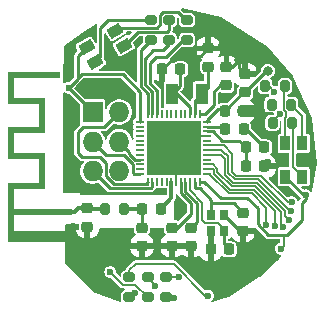
<source format=gbr>
%TF.GenerationSoftware,KiCad,Pcbnew,8.0.3*%
%TF.CreationDate,2024-11-08T22:06:30+02:00*%
%TF.ProjectId,Snowflake-Ornament,536e6f77-666c-4616-9b65-2d4f726e616d,rev?*%
%TF.SameCoordinates,Original*%
%TF.FileFunction,Copper,L1,Top*%
%TF.FilePolarity,Positive*%
%FSLAX46Y46*%
G04 Gerber Fmt 4.6, Leading zero omitted, Abs format (unit mm)*
G04 Created by KiCad (PCBNEW 8.0.3) date 2024-11-08 22:06:30*
%MOMM*%
%LPD*%
G01*
G04 APERTURE LIST*
G04 Aperture macros list*
%AMRoundRect*
0 Rectangle with rounded corners*
0 $1 Rounding radius*
0 $2 $3 $4 $5 $6 $7 $8 $9 X,Y pos of 4 corners*
0 Add a 4 corners polygon primitive as box body*
4,1,4,$2,$3,$4,$5,$6,$7,$8,$9,$2,$3,0*
0 Add four circle primitives for the rounded corners*
1,1,$1+$1,$2,$3*
1,1,$1+$1,$4,$5*
1,1,$1+$1,$6,$7*
1,1,$1+$1,$8,$9*
0 Add four rect primitives between the rounded corners*
20,1,$1+$1,$2,$3,$4,$5,0*
20,1,$1+$1,$4,$5,$6,$7,0*
20,1,$1+$1,$6,$7,$8,$9,0*
20,1,$1+$1,$8,$9,$2,$3,0*%
%AMRotRect*
0 Rectangle, with rotation*
0 The origin of the aperture is its center*
0 $1 length*
0 $2 width*
0 $3 Rotation angle, in degrees counterclockwise*
0 Add horizontal line*
21,1,$1,$2,0,0,$3*%
G04 Aperture macros list end*
%TA.AperFunction,EtchedComponent*%
%ADD10C,0.000000*%
%TD*%
%TA.AperFunction,SMDPad,CuDef*%
%ADD11RotRect,1.200000X0.900000X30.000000*%
%TD*%
%TA.AperFunction,SMDPad,CuDef*%
%ADD12R,0.900000X1.200000*%
%TD*%
%TA.AperFunction,SMDPad,CuDef*%
%ADD13RoundRect,0.225000X-0.250000X0.225000X-0.250000X-0.225000X0.250000X-0.225000X0.250000X0.225000X0*%
%TD*%
%TA.AperFunction,SMDPad,CuDef*%
%ADD14RoundRect,0.225000X-0.225000X-0.250000X0.225000X-0.250000X0.225000X0.250000X-0.225000X0.250000X0*%
%TD*%
%TA.AperFunction,SMDPad,CuDef*%
%ADD15RoundRect,0.225000X0.250000X-0.225000X0.250000X0.225000X-0.250000X0.225000X-0.250000X-0.225000X0*%
%TD*%
%TA.AperFunction,SMDPad,CuDef*%
%ADD16RoundRect,0.218750X-0.218750X-0.256250X0.218750X-0.256250X0.218750X0.256250X-0.218750X0.256250X0*%
%TD*%
%TA.AperFunction,SMDPad,CuDef*%
%ADD17RoundRect,0.218750X0.218750X0.256250X-0.218750X0.256250X-0.218750X-0.256250X0.218750X-0.256250X0*%
%TD*%
%TA.AperFunction,SMDPad,CuDef*%
%ADD18RoundRect,0.225000X0.225000X0.250000X-0.225000X0.250000X-0.225000X-0.250000X0.225000X-0.250000X0*%
%TD*%
%TA.AperFunction,SMDPad,CuDef*%
%ADD19R,0.250000X0.680000*%
%TD*%
%TA.AperFunction,SMDPad,CuDef*%
%ADD20R,0.680000X0.250000*%
%TD*%
%TA.AperFunction,SMDPad,CuDef*%
%ADD21R,4.660000X4.660000*%
%TD*%
%TA.AperFunction,SMDPad,CuDef*%
%ADD22R,1.000000X1.800000*%
%TD*%
%TA.AperFunction,SMDPad,CuDef*%
%ADD23RoundRect,0.200000X-0.200000X-0.275000X0.200000X-0.275000X0.200000X0.275000X-0.200000X0.275000X0*%
%TD*%
%TA.AperFunction,SMDPad,CuDef*%
%ADD24R,0.800000X0.900000*%
%TD*%
%TA.AperFunction,SMDPad,CuDef*%
%ADD25R,1.750000X1.750000*%
%TD*%
%TA.AperFunction,SMDPad,CuDef*%
%ADD26O,1.750000X1.750000*%
%TD*%
%TA.AperFunction,SMDPad,CuDef*%
%ADD27RoundRect,0.200000X0.275000X-0.200000X0.275000X0.200000X-0.275000X0.200000X-0.275000X-0.200000X0*%
%TD*%
%TA.AperFunction,SMDPad,CuDef*%
%ADD28RoundRect,0.200000X-0.275000X0.200000X-0.275000X-0.200000X0.275000X-0.200000X0.275000X0.200000X0*%
%TD*%
%TA.AperFunction,ConnectorPad*%
%ADD29R,0.500000X0.500000*%
%TD*%
%TA.AperFunction,ComponentPad*%
%ADD30R,0.500000X0.900000*%
%TD*%
%TA.AperFunction,ViaPad*%
%ADD31C,0.600000*%
%TD*%
%TA.AperFunction,ViaPad*%
%ADD32C,0.800000*%
%TD*%
%TA.AperFunction,Conductor*%
%ADD33C,0.250000*%
%TD*%
%TA.AperFunction,Conductor*%
%ADD34C,1.000000*%
%TD*%
%TA.AperFunction,Conductor*%
%ADD35C,0.200000*%
%TD*%
%TA.AperFunction,Conductor*%
%ADD36C,0.330000*%
%TD*%
G04 APERTURE END LIST*
D10*
%TA.AperFunction,EtchedComponent*%
%TO.C,Antenna2*%
G36*
X199435000Y-93110000D02*
G01*
X195495000Y-93110000D01*
X195495000Y-94810000D01*
X198135000Y-94810000D01*
X198135000Y-97810000D01*
X195495000Y-97810000D01*
X195495000Y-99510000D01*
X198135000Y-99510000D01*
X198135000Y-102510000D01*
X195495000Y-102510000D01*
X195495000Y-104210000D01*
X200395000Y-104210000D01*
X200395000Y-104710000D01*
X195495000Y-104710000D01*
X195495000Y-106110000D01*
X200395000Y-106110000D01*
X200395000Y-107010000D01*
X200151785Y-107010000D01*
X194995000Y-107010000D01*
X194995000Y-106567267D01*
X199997018Y-106567267D01*
X200004908Y-106615353D01*
X200021814Y-106648245D01*
X200058584Y-106683185D01*
X200103378Y-106702847D01*
X200151785Y-106707583D01*
X200199395Y-106697742D01*
X200241797Y-106673674D01*
X200274581Y-106635731D01*
X200278935Y-106627819D01*
X200291043Y-106585156D01*
X200290300Y-106536637D01*
X200277400Y-106491122D01*
X200266787Y-106472511D01*
X200231553Y-106438868D01*
X200186368Y-106418309D01*
X200136842Y-106411778D01*
X200088583Y-106420218D01*
X200056357Y-106437112D01*
X200023687Y-106472372D01*
X200003592Y-106517682D01*
X199997018Y-106567267D01*
X194995000Y-106567267D01*
X194995000Y-102010000D01*
X197635000Y-102010000D01*
X197635000Y-100010000D01*
X194995000Y-100010000D01*
X194995000Y-97310000D01*
X197635000Y-97310000D01*
X197635000Y-95310000D01*
X194995000Y-95310000D01*
X194995000Y-92610000D01*
X199435000Y-92610000D01*
X199435000Y-93110000D01*
G37*
%TD.AperFunction*%
%TD*%
D11*
%TO.P,D3,1,A*%
%TO.N,+BATT*%
X201675064Y-90552132D03*
%TO.P,D3,2,RK*%
%TO.N,Net-(D3-RK)*%
X202400065Y-91807869D03*
%TO.P,D3,3,GK*%
%TO.N,Net-(D3-GK)*%
X204824936Y-90407868D03*
%TO.P,D3,4,BK*%
%TO.N,Net-(D3-BK)*%
X204099935Y-89152131D03*
%TD*%
D12*
%TO.P,D1,1,A*%
%TO.N,+BATT*%
X218485000Y-101480001D03*
%TO.P,D1,2,RK*%
%TO.N,Net-(D1-RK)*%
X219935001Y-101480000D03*
%TO.P,D1,3,GK*%
%TO.N,Net-(D1-GK)*%
X219935000Y-98679999D03*
%TO.P,D1,4,BK*%
%TO.N,Net-(D1-BK)*%
X218484999Y-98680000D03*
%TD*%
D13*
%TO.P,C3,1*%
%TO.N,Net-(C3-Pad1)*%
X206360000Y-105805000D03*
%TO.P,C3,2*%
%TO.N,GND*%
X206360000Y-107355000D03*
%TD*%
D14*
%TO.P,C7,1*%
%TO.N,Net-(U1-DEC4)*%
X215165000Y-100590000D03*
%TO.P,C7,2*%
%TO.N,GND*%
X216715000Y-100590000D03*
%TD*%
D15*
%TO.P,C8,1*%
%TO.N,+BATT*%
X215070000Y-94355000D03*
%TO.P,C8,2*%
%TO.N,GND*%
X215070000Y-92805000D03*
%TD*%
D16*
%TO.P,L1,1*%
%TO.N,Net-(C3-Pad1)*%
X206362500Y-104190000D03*
%TO.P,L1,2*%
%TO.N,Net-(U1-ANT)*%
X207937500Y-104190000D03*
%TD*%
%TO.P,L2,1*%
%TO.N,Net-(U1-DEC4)*%
X215142500Y-99010000D03*
%TO.P,L2,2*%
%TO.N,Net-(L2-Pad2)*%
X216717500Y-99010000D03*
%TD*%
D17*
%TO.P,L3,1*%
%TO.N,Net-(L2-Pad2)*%
X214957500Y-97480000D03*
%TO.P,L3,2*%
%TO.N,Net-(U1-DCC)*%
X213382500Y-97480000D03*
%TD*%
D18*
%TO.P,C12,1*%
%TO.N,Net-(U1-P0.01{slash}XL2)*%
X209605000Y-92400000D03*
%TO.P,C12,2*%
%TO.N,GND*%
X208055000Y-92400000D03*
%TD*%
%TO.P,C1,1*%
%TO.N,Net-(U1-XC1)*%
X213725000Y-107650000D03*
%TO.P,C1,2*%
%TO.N,GND*%
X212175000Y-107650000D03*
%TD*%
D19*
%TO.P,U1,1,DEC1*%
%TO.N,Net-(U1-DEC1)*%
X211240000Y-96190000D03*
%TO.P,U1,2,P0.00/XL1*%
%TO.N,Net-(U1-P0.00{slash}XL1)*%
X210840000Y-96190000D03*
%TO.P,U1,3,P0.01/XL2*%
%TO.N,Net-(U1-P0.01{slash}XL2)*%
X210440000Y-96190000D03*
%TO.P,U1,4,P0.02/AIN0*%
%TO.N,unconnected-(U1-P0.02{slash}AIN0-Pad4)*%
X210040000Y-96190000D03*
%TO.P,U1,5,P0.03/AIN1*%
%TO.N,unconnected-(U1-P0.03{slash}AIN1-Pad5)*%
X209640000Y-96190000D03*
%TO.P,U1,6,P0.04/AIN2*%
%TO.N,unconnected-(U1-P0.04{slash}AIN2-Pad6)*%
X209240000Y-96190000D03*
%TO.P,U1,7,P0.05/AIN3*%
%TO.N,unconnected-(U1-P0.05{slash}AIN3-Pad7)*%
X208840000Y-96190000D03*
%TO.P,U1,8,P0.06*%
%TO.N,unconnected-(U1-P0.06-Pad8)*%
X208440000Y-96190000D03*
%TO.P,U1,9,P0.07*%
%TO.N,unconnected-(U1-P0.07-Pad9)*%
X208040000Y-96190000D03*
%TO.P,U1,10,P0.08*%
%TO.N,L3B*%
X207640000Y-96190000D03*
%TO.P,U1,11,NFC1/P0.09*%
%TO.N,L3G*%
X207240000Y-96190000D03*
%TO.P,U1,12,NFC2/P0.10*%
%TO.N,L3R*%
X206840000Y-96190000D03*
D20*
%TO.P,U1,13,VDD*%
%TO.N,+BATT*%
X206180000Y-96850000D03*
%TO.P,U1,14,P0.11*%
%TO.N,unconnected-(U1-P0.11-Pad14)*%
X206180000Y-97250000D03*
%TO.P,U1,15,P0.12*%
%TO.N,unconnected-(U1-P0.12-Pad15)*%
X206180000Y-97650000D03*
%TO.P,U1,16,P0.13*%
%TO.N,unconnected-(U1-P0.13-Pad16)*%
X206180000Y-98050000D03*
%TO.P,U1,17,P0.14*%
%TO.N,unconnected-(U1-P0.14-Pad17)*%
X206180000Y-98450000D03*
%TO.P,U1,18,P0.15*%
%TO.N,unconnected-(U1-P0.15-Pad18)*%
X206180000Y-98850000D03*
%TO.P,U1,19,P0.16*%
%TO.N,unconnected-(U1-P0.16-Pad19)*%
X206180000Y-99250000D03*
%TO.P,U1,20,P0.17*%
%TO.N,unconnected-(U1-P0.17-Pad20)*%
X206180000Y-99650000D03*
%TO.P,U1,21,P0.18/SWO*%
%TO.N,SWO*%
X206180000Y-100050000D03*
%TO.P,U1,22,P0.19*%
%TO.N,unconnected-(U1-P0.19-Pad22)*%
X206180000Y-100450000D03*
%TO.P,U1,23,P0.20*%
%TO.N,unconnected-(U1-P0.20-Pad23)*%
X206180000Y-100850000D03*
%TO.P,U1,24,P0.21/~{RESET}*%
%TO.N,RST*%
X206180000Y-101250000D03*
D19*
%TO.P,U1,25,SWDCLK*%
%TO.N,SWDCLK*%
X206840000Y-101910000D03*
%TO.P,U1,26,SWDIO*%
%TO.N,SWDIO*%
X207240000Y-101910000D03*
%TO.P,U1,27,P0.22*%
%TO.N,unconnected-(U1-P0.22-Pad27)*%
X207640000Y-101910000D03*
%TO.P,U1,28,P0.23*%
%TO.N,unconnected-(U1-P0.23-Pad28)*%
X208040000Y-101910000D03*
%TO.P,U1,29,P0.24*%
%TO.N,unconnected-(U1-P0.24-Pad29)*%
X208440000Y-101910000D03*
%TO.P,U1,30,ANT*%
%TO.N,Net-(U1-ANT)*%
X208840000Y-101910000D03*
%TO.P,U1,31,VSS*%
%TO.N,GND*%
X209240000Y-101910000D03*
%TO.P,U1,32,DEC2*%
%TO.N,Net-(U1-DEC2)*%
X209640000Y-101910000D03*
%TO.P,U1,33,DEC3*%
%TO.N,Net-(U1-DEC3)*%
X210040000Y-101910000D03*
%TO.P,U1,34,XC1*%
%TO.N,Net-(U1-XC1)*%
X210440000Y-101910000D03*
%TO.P,U1,35,XC2*%
%TO.N,Net-(U1-XC2)*%
X210840000Y-101910000D03*
%TO.P,U1,36,VDD*%
%TO.N,+BATT*%
X211240000Y-101910000D03*
D20*
%TO.P,U1,37,P0.25*%
%TO.N,L2B*%
X211900000Y-101250000D03*
%TO.P,U1,38,P0.26*%
%TO.N,L2G*%
X211900000Y-100850000D03*
%TO.P,U1,39,P0.27*%
%TO.N,L2R*%
X211900000Y-100450000D03*
%TO.P,U1,40,P0.28/AIN4*%
%TO.N,unconnected-(U1-P0.28{slash}AIN4-Pad40)*%
X211900000Y-100050000D03*
%TO.P,U1,41,P0.29/AIN5*%
%TO.N,L1G*%
X211900000Y-99650000D03*
%TO.P,U1,42,P0.30/AIN6*%
%TO.N,L1R*%
X211900000Y-99250000D03*
%TO.P,U1,43,P0.31/AIN7*%
%TO.N,L1B*%
X211900000Y-98850000D03*
%TO.P,U1,44,NC*%
%TO.N,unconnected-(U1-NC-Pad44)*%
X211900000Y-98450000D03*
%TO.P,U1,45,VSS*%
%TO.N,GND*%
X211900000Y-98050000D03*
%TO.P,U1,46,DEC4*%
%TO.N,Net-(U1-DEC4)*%
X211900000Y-97650000D03*
%TO.P,U1,47,DCC*%
%TO.N,Net-(U1-DCC)*%
X211900000Y-97250000D03*
%TO.P,U1,48,VDD*%
%TO.N,+BATT*%
X211900000Y-96850000D03*
D21*
%TO.P,U1,49,VSS*%
%TO.N,GND*%
X209040000Y-99050000D03*
%TD*%
D14*
%TO.P,C13,1*%
%TO.N,+BATT*%
X213395000Y-95930000D03*
%TO.P,C13,2*%
%TO.N,GND*%
X214945000Y-95930000D03*
%TD*%
D13*
%TO.P,C4,1*%
%TO.N,Net-(U1-DEC3)*%
X210540000Y-105795000D03*
%TO.P,C4,2*%
%TO.N,GND*%
X210540000Y-107345000D03*
%TD*%
D15*
%TO.P,C11,1*%
%TO.N,Net-(U1-P0.00{slash}XL1)*%
X211960000Y-92185000D03*
%TO.P,C11,2*%
%TO.N,GND*%
X211960000Y-90635000D03*
%TD*%
D22*
%TO.P,Y2,1,1*%
%TO.N,Net-(U1-P0.01{slash}XL2)*%
X208900000Y-94480000D03*
%TO.P,Y2,2,2*%
%TO.N,Net-(U1-P0.00{slash}XL1)*%
X211400000Y-94480000D03*
%TD*%
D23*
%TO.P,R2,1*%
%TO.N,L1B*%
X216800002Y-93820000D03*
%TO.P,R2,2*%
%TO.N,Net-(D1-BK)*%
X218450000Y-93820000D03*
%TD*%
%TO.P,R3,1*%
%TO.N,L1G*%
X217325001Y-95380000D03*
%TO.P,R3,2*%
%TO.N,Net-(D1-GK)*%
X218974999Y-95380000D03*
%TD*%
D24*
%TO.P,Y1,1,1*%
%TO.N,Net-(U1-XC1)*%
X213290000Y-106100000D03*
%TO.P,Y1,2,2*%
%TO.N,GND*%
X213290000Y-104700000D03*
%TO.P,Y1,3,3*%
%TO.N,Net-(U1-XC2)*%
X212190000Y-104700000D03*
%TO.P,Y1,4,4*%
%TO.N,GND*%
X212190000Y-106100000D03*
%TD*%
D13*
%TO.P,C5,1*%
%TO.N,Net-(U1-DEC2)*%
X208910000Y-105795000D03*
%TO.P,C5,2*%
%TO.N,GND*%
X208910000Y-107345000D03*
%TD*%
%TO.P,C2,1*%
%TO.N,Net-(U1-XC2)*%
X214900000Y-104535000D03*
%TO.P,C2,2*%
%TO.N,GND*%
X214900000Y-106085000D03*
%TD*%
%TO.P,C15,1*%
%TO.N,Net-(Antenna2-A)*%
X201740000Y-104165000D03*
%TO.P,C15,2*%
%TO.N,GND*%
X201740000Y-105715000D03*
%TD*%
D23*
%TO.P,R1,1*%
%TO.N,Net-(Antenna2-A)*%
X203225000Y-104200000D03*
%TO.P,R1,2*%
%TO.N,Net-(C3-Pad1)*%
X204875000Y-104200000D03*
%TD*%
D25*
%TO.P,J1,1,Pin_1*%
%TO.N,+BATT*%
X202180000Y-96020000D03*
D26*
%TO.P,J1,2,Pin_2*%
%TO.N,RST*%
X202180000Y-98520000D03*
%TO.P,J1,3,Pin_3*%
%TO.N,SWDIO*%
X202180001Y-101020000D03*
%TO.P,J1,4,Pin_4*%
%TO.N,SWDCLK*%
X204430000Y-96020000D03*
%TO.P,J1,5,Pin_5*%
%TO.N,SWO*%
X204430000Y-98520000D03*
%TO.P,J1,6,Pin_6*%
%TO.N,GND*%
X204430000Y-101020000D03*
%TD*%
D23*
%TO.P,R4,1*%
%TO.N,L1R*%
X217415001Y-96960000D03*
%TO.P,R4,2*%
%TO.N,Net-(D1-RK)*%
X219064999Y-96960000D03*
%TD*%
D15*
%TO.P,C6,1*%
%TO.N,Net-(U1-DEC1)*%
X213510000Y-93765000D03*
%TO.P,C6,2*%
%TO.N,GND*%
X213510000Y-92215000D03*
%TD*%
D27*
%TO.P,R8,1*%
%TO.N,L3B*%
X210170000Y-89895000D03*
%TO.P,R8,2*%
%TO.N,Net-(D3-BK)*%
X210170000Y-88245000D03*
%TD*%
D28*
%TO.P,R6,1*%
%TO.N,L2G*%
X206830000Y-110025000D03*
%TO.P,R6,2*%
%TO.N,Net-(D2-GK)*%
X206830000Y-111675000D03*
%TD*%
D29*
%TO.P,Antenna2,1,A*%
%TO.N,Net-(Antenna2-A)*%
X200145000Y-104460000D03*
D30*
%TO.P,Antenna2,2,Shield*%
%TO.N,GND*%
X200145000Y-106560000D03*
%TD*%
D28*
%TO.P,R5,1*%
%TO.N,L2B*%
X208380000Y-110015000D03*
%TO.P,R5,2*%
%TO.N,Net-(D2-BK)*%
X208380000Y-111665000D03*
%TD*%
D27*
%TO.P,R9,1*%
%TO.N,L3G*%
X208640000Y-89895000D03*
%TO.P,R9,2*%
%TO.N,Net-(D3-GK)*%
X208640000Y-88245000D03*
%TD*%
%TO.P,R10,1*%
%TO.N,L3R*%
X207090000Y-89895000D03*
%TO.P,R10,2*%
%TO.N,Net-(D3-RK)*%
X207090000Y-88245000D03*
%TD*%
D28*
%TO.P,R7,1*%
%TO.N,L2R*%
X205270000Y-110025000D03*
%TO.P,R7,2*%
%TO.N,Net-(D2-RK)*%
X205270000Y-111675000D03*
%TD*%
D31*
%TO.N,GND*%
X213430000Y-94840000D03*
X201440000Y-102230000D03*
X200450000Y-108250000D03*
X216350000Y-108940000D03*
X200190000Y-90850000D03*
X212420000Y-88850000D03*
X216200000Y-95270000D03*
X200180000Y-101290000D03*
X210200000Y-100200000D03*
X203310000Y-106300000D03*
D32*
X213110000Y-90550000D03*
D31*
X207840000Y-102710000D03*
X205010000Y-106280000D03*
X208210000Y-100150000D03*
X212580000Y-109080000D03*
X214190000Y-90390000D03*
X205050000Y-91880000D03*
X204490000Y-100960000D03*
X207740000Y-98110000D03*
X203530000Y-110630000D03*
X209890000Y-104190000D03*
D32*
X214530000Y-91640000D03*
D31*
X204060000Y-93810000D03*
X200180000Y-98670000D03*
X217030000Y-100230000D03*
%TO.N,+BATT*%
X200140000Y-93960000D03*
X220240000Y-103060000D03*
X218120000Y-107590000D03*
D32*
X217020000Y-92540000D03*
D31*
%TO.N,Net-(D2-RK)*%
X205730000Y-111340000D03*
%TO.N,Net-(D2-BK)*%
X209090000Y-111730000D03*
%TO.N,Net-(D2-GK)*%
X203670000Y-109560000D03*
%TO.N,L1B*%
X217570000Y-94320000D03*
X219040000Y-103650000D03*
%TO.N,L1G*%
X218770000Y-105130000D03*
X217410000Y-95380000D03*
%TO.N,L1R*%
X218950000Y-104380000D03*
X218050000Y-96218806D03*
%TO.N,L2B*%
X216900000Y-105540000D03*
X209470000Y-110020000D03*
%TO.N,L2G*%
X217581091Y-105701615D03*
X207440000Y-110770000D03*
%TO.N,L2R*%
X211950000Y-111570000D03*
X218281027Y-105711253D03*
%TD*%
D33*
%TO.N,GND*%
X214675000Y-106085000D02*
X213290000Y-104700000D01*
X212190000Y-106100000D02*
X212190000Y-107635000D01*
D34*
X215820000Y-95930000D02*
X215840000Y-95950000D01*
D33*
X214530000Y-92265000D02*
X215070000Y-92805000D01*
X213025000Y-90635000D02*
X213110000Y-90550000D01*
X211960000Y-90635000D02*
X213025000Y-90635000D01*
X213510000Y-92215000D02*
X213955000Y-92215000D01*
D35*
X211900000Y-98050000D02*
X210040000Y-98050000D01*
D33*
X211345000Y-91250000D02*
X211960000Y-90635000D01*
X209220000Y-91250000D02*
X211345000Y-91250000D01*
D35*
X210040000Y-98050000D02*
X209040000Y-99050000D01*
D33*
X208070000Y-92400000D02*
X209220000Y-91250000D01*
X212190000Y-107635000D02*
X212175000Y-107650000D01*
X208055000Y-92400000D02*
X208070000Y-92400000D01*
X213955000Y-92215000D02*
X214530000Y-91640000D01*
D34*
X214945000Y-95930000D02*
X215820000Y-95930000D01*
D35*
X217030000Y-100230000D02*
X217030000Y-100275000D01*
X209240000Y-101910000D02*
X209240000Y-99250000D01*
X217030000Y-100275000D02*
X216715000Y-100590000D01*
D33*
X214530000Y-91640000D02*
X214530000Y-92265000D01*
X214900000Y-106085000D02*
X214675000Y-106085000D01*
D35*
X209240000Y-99250000D02*
X209040000Y-99050000D01*
D36*
%TO.N,Net-(Antenna2-A)*%
X203225000Y-104200000D02*
X201775000Y-104200000D01*
X200145000Y-104460000D02*
X200680000Y-104460000D01*
X200975000Y-104165000D02*
X201740000Y-104165000D01*
D33*
X201775000Y-104200000D02*
X201740000Y-104165000D01*
D36*
X200680000Y-104460000D02*
X200975000Y-104165000D01*
D35*
%TO.N,Net-(U1-XC1)*%
X210440000Y-102650000D02*
X210440000Y-101910000D01*
X211480000Y-103690000D02*
X210440000Y-102650000D01*
X211480000Y-105190000D02*
X211480000Y-103690000D01*
D33*
X213290000Y-106100000D02*
X213290000Y-105900000D01*
D35*
X211715000Y-105425000D02*
X211480000Y-105190000D01*
X212815000Y-105425000D02*
X211715000Y-105425000D01*
X213290000Y-105900000D02*
X212815000Y-105425000D01*
D33*
X213290000Y-106100000D02*
X213290000Y-107215000D01*
X213290000Y-107215000D02*
X213725000Y-107650000D01*
%TO.N,Net-(U1-XC2)*%
X210840000Y-102480000D02*
X210840000Y-101910000D01*
X211230000Y-102480000D02*
X210840000Y-102480000D01*
X212190000Y-103440000D02*
X211230000Y-102480000D01*
X214125000Y-103760000D02*
X212190000Y-103760000D01*
X214900000Y-104535000D02*
X214125000Y-103760000D01*
X212190000Y-104700000D02*
X212190000Y-103440000D01*
%TO.N,Net-(U1-DEC3)*%
X210040000Y-102755025D02*
X211030000Y-103745025D01*
X211030000Y-103745025D02*
X211030000Y-105305000D01*
X210040000Y-101910000D02*
X210040000Y-102755025D01*
X211030000Y-105305000D02*
X210540000Y-105795000D01*
%TO.N,Net-(U1-DEC2)*%
X210520000Y-103729999D02*
X209640000Y-102849999D01*
X209640000Y-102849999D02*
X209640000Y-101910000D01*
X210520000Y-104630000D02*
X210520000Y-103729999D01*
X208910000Y-105795000D02*
X209355000Y-105795000D01*
X209355000Y-105795000D02*
X210520000Y-104630000D01*
%TO.N,Net-(U1-DEC1)*%
X213510000Y-93765000D02*
X212985000Y-93765000D01*
X212985000Y-93765000D02*
X212470000Y-94280000D01*
X211720000Y-96190000D02*
X211240000Y-96190000D01*
X212470000Y-95440000D02*
X211720000Y-96190000D01*
X212470000Y-94280000D02*
X212470000Y-95440000D01*
%TO.N,Net-(U1-DEC4)*%
X211900000Y-97650000D02*
X212375000Y-97650000D01*
X213155000Y-98430000D02*
X214562500Y-98430000D01*
X214562500Y-98430000D02*
X215142500Y-99010000D01*
X215142500Y-99010000D02*
X215142500Y-100612500D01*
X212375000Y-97650000D02*
X213155000Y-98430000D01*
X215142500Y-100612500D02*
X215130000Y-100625000D01*
%TO.N,+BATT*%
X200140000Y-93960000D02*
X201270000Y-92830000D01*
X216140000Y-105522463D02*
X217057537Y-106440000D01*
X200140000Y-93960000D02*
X202180000Y-96000000D01*
X219930000Y-105180000D02*
X218670000Y-106440000D01*
X204725026Y-92830000D02*
X206180000Y-94284974D01*
X200920000Y-91307196D02*
X201675064Y-90552132D01*
X215290000Y-103310000D02*
X216140000Y-104160000D01*
X220240000Y-103060000D02*
X220065000Y-103060000D01*
X218670000Y-106440000D02*
X218360000Y-106440000D01*
X211630000Y-101910000D02*
X213030000Y-103310000D01*
X200140000Y-93960000D02*
X200920000Y-93180000D01*
X220240000Y-103060000D02*
X220240000Y-103370000D01*
X211900000Y-96705000D02*
X212820000Y-95785000D01*
X202180000Y-96000000D02*
X202180000Y-96020000D01*
X216140000Y-104160000D02*
X216140000Y-105522463D01*
D35*
X218360000Y-107350000D02*
X218360000Y-106440000D01*
D33*
X211900000Y-96850000D02*
X211900000Y-96705000D01*
X200920000Y-93180000D02*
X200920000Y-91307196D01*
X213030000Y-103310000D02*
X215290000Y-103310000D01*
X206180000Y-94284974D02*
X206180000Y-96850000D01*
X220240000Y-103370000D02*
X219930000Y-103680000D01*
X212820000Y-95785000D02*
X213605000Y-95785000D01*
X213605000Y-95650000D02*
X214900000Y-94355000D01*
X217020000Y-92540000D02*
X216885000Y-92540000D01*
X220065000Y-103060000D02*
X218485000Y-101480000D01*
D35*
X218120000Y-107590000D02*
X218360000Y-107350000D01*
D33*
X213605000Y-95785000D02*
X213605000Y-95650000D01*
X219930000Y-103680000D02*
X219930000Y-105180000D01*
X217057537Y-106440000D02*
X218360000Y-106440000D01*
X211240000Y-101910000D02*
X211630000Y-101910000D01*
X216885000Y-92540000D02*
X215070000Y-94355000D01*
X201270000Y-92830000D02*
X204725026Y-92830000D01*
%TO.N,Net-(U1-P0.00{slash}XL1)*%
X211960000Y-92185000D02*
X211960000Y-93920000D01*
X210840000Y-95040000D02*
X210840000Y-96190000D01*
X211960000Y-93920000D02*
X211400000Y-94480000D01*
X211400000Y-94480000D02*
X210840000Y-95040000D01*
%TO.N,Net-(U1-P0.01{slash}XL2)*%
X209320000Y-94480000D02*
X208900000Y-94480000D01*
X209605000Y-93775000D02*
X208900000Y-94480000D01*
X209605000Y-92400000D02*
X209605000Y-93775000D01*
X210440000Y-96190000D02*
X210440000Y-95600000D01*
X210440000Y-95600000D02*
X209320000Y-94480000D01*
D35*
%TO.N,Net-(D1-BK)*%
X218374999Y-93895001D02*
X218374999Y-95826226D01*
X218550000Y-96001227D02*
X218550000Y-96428773D01*
X218464999Y-96513774D02*
X218464999Y-98659999D01*
X218464999Y-98659999D02*
X218485000Y-98680000D01*
X218550000Y-96428773D02*
X218464999Y-96513774D01*
X218450000Y-93820000D02*
X218374999Y-93895001D01*
X218374999Y-95826226D02*
X218550000Y-96001227D01*
D33*
%TO.N,Net-(L2-Pad2)*%
X215187500Y-97480000D02*
X214957500Y-97480000D01*
X216717500Y-99010000D02*
X215187500Y-97480000D01*
D35*
%TO.N,Net-(D1-GK)*%
X218974999Y-95380000D02*
X219935000Y-96340001D01*
X219935000Y-96340001D02*
X219935000Y-98680000D01*
%TO.N,Net-(D1-RK)*%
X219135000Y-100680000D02*
X219935000Y-101480000D01*
X219135000Y-97030001D02*
X219135000Y-100680000D01*
X219064999Y-96960000D02*
X219135000Y-97030001D01*
D33*
%TO.N,Net-(D2-RK)*%
X205730000Y-111340000D02*
X205605000Y-111340000D01*
X205605000Y-111340000D02*
X205270000Y-111675000D01*
D35*
%TO.N,Net-(D2-BK)*%
X209025000Y-111665000D02*
X209090000Y-111730000D01*
X208380000Y-111665000D02*
X209025000Y-111665000D01*
%TO.N,Net-(D2-GK)*%
X206830000Y-111675000D02*
X205795338Y-110640338D01*
X204750338Y-110640338D02*
X203670000Y-109560000D01*
X205795338Y-110640338D02*
X204750338Y-110640338D01*
D33*
%TO.N,Net-(D3-BK)*%
X210085000Y-88245000D02*
X209370000Y-87530000D01*
X210170000Y-88245000D02*
X210085000Y-88245000D01*
X207890000Y-88590000D02*
X207610000Y-88870000D01*
X207610000Y-88870000D02*
X204382066Y-88870000D01*
X209370000Y-87530000D02*
X208170000Y-87530000D01*
X204382066Y-88870000D02*
X204099935Y-89152131D01*
X208170000Y-87530000D02*
X207890000Y-87810000D01*
X207890000Y-87810000D02*
X207890000Y-88590000D01*
%TO.N,Net-(D3-RK)*%
X202840000Y-91367934D02*
X202840000Y-88880000D01*
X202400065Y-91807869D02*
X202840000Y-91367934D01*
X205297222Y-88237420D02*
X205340000Y-88194642D01*
X203482580Y-88237420D02*
X205297222Y-88237420D01*
X202840000Y-88880000D02*
X203482580Y-88237420D01*
X205340000Y-88194642D02*
X207039642Y-88194642D01*
X207039642Y-88194642D02*
X207090000Y-88245000D01*
%TO.N,Net-(D3-GK)*%
X208640000Y-89060000D02*
X208640000Y-88245000D01*
X206012804Y-89220000D02*
X208480000Y-89220000D01*
X204824936Y-90407868D02*
X206012804Y-89220000D01*
X208480000Y-89220000D02*
X208640000Y-89060000D01*
D36*
%TO.N,Net-(U1-ANT)*%
X208840000Y-101910000D02*
X208840000Y-103287500D01*
X208840000Y-103287500D02*
X207937500Y-104190000D01*
D33*
%TO.N,Net-(U1-DCC)*%
X211900000Y-97250000D02*
X213152500Y-97250000D01*
X213152500Y-97250000D02*
X213382500Y-97480000D01*
%TO.N,SWDIO*%
X207095000Y-102475000D02*
X206495000Y-102475000D01*
X206495000Y-102475000D02*
X206490000Y-102470000D01*
X207240000Y-102330000D02*
X207095000Y-102475000D01*
X206490000Y-102470000D02*
X203630001Y-102470000D01*
X203630001Y-102470000D02*
X202180001Y-101020000D01*
X207240000Y-101910000D02*
X207240000Y-102330000D01*
%TO.N,SWDCLK*%
X202770000Y-99800000D02*
X201250000Y-99800000D01*
X201250000Y-99800000D02*
X200940000Y-99490000D01*
X203300000Y-100330000D02*
X202770000Y-99800000D01*
X203974365Y-102120000D02*
X203300000Y-101445635D01*
X200940000Y-99490000D02*
X200940000Y-97740000D01*
X203160000Y-97290000D02*
X204430000Y-96020000D01*
X206630000Y-102120000D02*
X203974365Y-102120000D01*
X203300000Y-101445635D02*
X203300000Y-100330000D01*
X200940000Y-97740000D02*
X201390000Y-97290000D01*
X201390000Y-97290000D02*
X203160000Y-97290000D01*
X206840000Y-101910000D02*
X206630000Y-102120000D01*
%TO.N,RST*%
X203330000Y-99670000D02*
X204800000Y-99670000D01*
X204800000Y-99670000D02*
X205560000Y-100430000D01*
X205560000Y-100430000D02*
X205560000Y-101170000D01*
X205640000Y-101250000D02*
X206180000Y-101250000D01*
X202180000Y-98520000D02*
X203330000Y-99670000D01*
X205560000Y-101170000D02*
X205640000Y-101250000D01*
%TO.N,SWO*%
X205750000Y-100050000D02*
X206180000Y-100050000D01*
X205270000Y-99570000D02*
X205750000Y-100050000D01*
X204430000Y-98520000D02*
X205270000Y-99360000D01*
X205270000Y-99360000D02*
X205270000Y-99570000D01*
%TO.N,Net-(C3-Pad1)*%
X206362500Y-104190000D02*
X206362500Y-105802500D01*
X206362500Y-105802500D02*
X206360000Y-105805000D01*
D36*
X206362500Y-104190000D02*
X204885000Y-104190000D01*
D33*
X204885000Y-104190000D02*
X204875000Y-104200000D01*
D35*
%TO.N,L1B*%
X218680000Y-103650000D02*
X216430000Y-101400000D01*
X214000000Y-101075736D02*
X214000000Y-99580000D01*
X214000000Y-99580000D02*
X213270000Y-98850000D01*
X213270000Y-98850000D02*
X211900000Y-98850000D01*
X217070000Y-93820000D02*
X217570000Y-94320000D01*
X216800002Y-93820000D02*
X217070000Y-93820000D01*
X219040000Y-103650000D02*
X218680000Y-103650000D01*
X216430000Y-101400000D02*
X214324264Y-101400000D01*
X214324264Y-101400000D02*
X214000000Y-101075736D01*
%TO.N,L1G*%
X211900000Y-99650000D02*
X213021472Y-99650000D01*
X213380000Y-100008528D02*
X213380000Y-101317208D01*
X217325001Y-95380000D02*
X217410000Y-95380000D01*
X214062792Y-102000000D02*
X216061472Y-102000000D01*
X213021472Y-99650000D02*
X213145736Y-99774264D01*
X218450000Y-104388528D02*
X218450000Y-104810000D01*
X213380000Y-101317208D02*
X214062792Y-102000000D01*
X218450000Y-104810000D02*
X218770000Y-105130000D01*
X216061472Y-102000000D02*
X218450000Y-104388528D01*
X213145736Y-99774264D02*
X213380000Y-100008528D01*
%TO.N,L1R*%
X213680000Y-99750000D02*
X213680000Y-101180000D01*
X213045736Y-99250000D02*
X211900000Y-99250000D01*
X213680000Y-101180000D02*
X214200000Y-101700000D01*
X217415001Y-96853805D02*
X217415001Y-96960000D01*
X213500000Y-99570000D02*
X213680000Y-99750000D01*
X218050000Y-96218806D02*
X217415001Y-96853805D01*
X218865736Y-104380000D02*
X218950000Y-104380000D01*
X213365736Y-99570000D02*
X213500000Y-99570000D01*
X216185736Y-101700000D02*
X218865736Y-104380000D01*
X214200000Y-101700000D02*
X216185736Y-101700000D01*
X213365736Y-99570000D02*
X213045736Y-99250000D01*
%TO.N,L2B*%
X209470000Y-110020000D02*
X208385000Y-110020000D01*
X211900000Y-101250000D02*
X212040000Y-101250000D01*
X216900000Y-104111320D02*
X216900000Y-105540000D01*
X208385000Y-110020000D02*
X208380000Y-110015000D01*
X212040000Y-101250000D02*
X213690000Y-102900000D01*
X215688680Y-102900000D02*
X216900000Y-104111320D01*
X213690000Y-102900000D02*
X215688680Y-102900000D01*
%TO.N,L2G*%
X213814264Y-102600000D02*
X215812944Y-102600000D01*
X207440000Y-110635000D02*
X206830000Y-110025000D01*
X212365000Y-100850000D02*
X212440000Y-100925000D01*
X215812944Y-102600000D02*
X217581091Y-104368147D01*
X212440000Y-101225736D02*
X213814264Y-102600000D01*
X207440000Y-110770000D02*
X207440000Y-110635000D01*
X212440000Y-100925000D02*
X212440000Y-101225736D01*
X211900000Y-100850000D02*
X212365000Y-100850000D01*
X217581091Y-104368147D02*
X217581091Y-105701615D01*
%TO.N,L2R*%
X212389264Y-100450000D02*
X212740000Y-100800736D01*
X205270000Y-109410000D02*
X205270000Y-110025000D01*
X205810000Y-108870000D02*
X205270000Y-109410000D01*
X212740000Y-100800736D02*
X212740000Y-101101472D01*
X212740000Y-101101472D02*
X213938528Y-102300000D01*
X211950000Y-111570000D02*
X211727107Y-111570000D01*
X213938528Y-102300000D02*
X215937208Y-102300000D01*
X211900000Y-100450000D02*
X212389264Y-100450000D01*
X218150000Y-105580226D02*
X218281027Y-105711253D01*
X218150000Y-104512792D02*
X218150000Y-105580226D01*
X209027107Y-108870000D02*
X205810000Y-108870000D01*
X211727107Y-111570000D02*
X209027107Y-108870000D01*
X215937208Y-102300000D02*
X218150000Y-104512792D01*
D33*
%TO.N,L3B*%
X207540000Y-91330000D02*
X207010000Y-91860000D01*
X209845000Y-89895000D02*
X208410000Y-91330000D01*
X210170000Y-89895000D02*
X209845000Y-89895000D01*
X207010000Y-91860000D02*
X207010000Y-93570000D01*
X207010000Y-93570000D02*
X207640000Y-94200000D01*
X207640000Y-94200000D02*
X207640000Y-96190000D01*
X208410000Y-91330000D02*
X207540000Y-91330000D01*
%TO.N,L3G*%
X208120000Y-90770000D02*
X208640000Y-90250000D01*
X206590000Y-93644974D02*
X206590000Y-91490000D01*
X207240000Y-96190000D02*
X207240000Y-94294974D01*
X207240000Y-94294974D02*
X206590000Y-93644974D01*
X207310000Y-90770000D02*
X208120000Y-90770000D01*
X206590000Y-91490000D02*
X207310000Y-90770000D01*
X208640000Y-90250000D02*
X208640000Y-89895000D01*
%TO.N,L3R*%
X206840000Y-94450000D02*
X206840000Y-96190000D01*
X206240000Y-90745000D02*
X206240000Y-93850000D01*
X206240000Y-93850000D02*
X206840000Y-94450000D01*
X207090000Y-89895000D02*
X206240000Y-90745000D01*
%TD*%
%TA.AperFunction,Conductor*%
%TO.N,GND*%
G36*
X200762220Y-105462278D02*
G01*
X200763992Y-105463992D01*
X200765000Y-105465000D01*
X200929193Y-105465000D01*
X200981519Y-105486674D01*
X201002220Y-105527043D01*
X201058955Y-105873615D01*
X201059844Y-105879045D01*
X201046908Y-105934185D01*
X200998771Y-105964028D01*
X200986816Y-105965000D01*
X200765001Y-105965000D01*
X200765001Y-105988312D01*
X200775144Y-106087608D01*
X200828452Y-106248482D01*
X200917426Y-106392731D01*
X201037268Y-106512573D01*
X201181517Y-106601547D01*
X201342391Y-106654855D01*
X201441689Y-106664999D01*
X201441690Y-106664999D01*
X201489999Y-106664998D01*
X201490000Y-106664998D01*
X201490000Y-105950240D01*
X201511674Y-105897914D01*
X201563445Y-105876242D01*
X201915450Y-105873615D01*
X201967934Y-105894898D01*
X201989998Y-105947061D01*
X201990000Y-105947613D01*
X201990000Y-106664999D01*
X202038307Y-106664999D01*
X202038312Y-106664998D01*
X202137608Y-106654855D01*
X202298482Y-106601547D01*
X202442731Y-106512573D01*
X202562573Y-106392731D01*
X202651547Y-106248482D01*
X202704855Y-106087608D01*
X202714999Y-105988311D01*
X202714999Y-105941099D01*
X202736672Y-105888772D01*
X202788442Y-105867100D01*
X205609948Y-105846044D01*
X205662434Y-105867327D01*
X205684498Y-105919490D01*
X205684500Y-105920042D01*
X205684500Y-106063488D01*
X205700280Y-106163125D01*
X205700281Y-106163126D01*
X205761471Y-106283219D01*
X205825803Y-106347551D01*
X205847477Y-106399877D01*
X205825803Y-106452203D01*
X205804759Y-106466940D01*
X205801520Y-106468450D01*
X205657268Y-106557426D01*
X205537426Y-106677268D01*
X205448452Y-106821517D01*
X205395144Y-106982391D01*
X205385000Y-107081688D01*
X205385000Y-107105000D01*
X207334999Y-107105000D01*
X207334999Y-107081693D01*
X207334998Y-107081687D01*
X207324855Y-106982391D01*
X207271547Y-106821517D01*
X207182573Y-106677268D01*
X207062731Y-106557426D01*
X206918484Y-106468454D01*
X206915243Y-106466942D01*
X206876983Y-106425181D01*
X206879457Y-106368598D01*
X206894193Y-106347554D01*
X206958528Y-106283220D01*
X207019719Y-106163126D01*
X207035500Y-106063488D01*
X207035500Y-105908855D01*
X207057174Y-105856529D01*
X207108945Y-105834857D01*
X208159948Y-105827014D01*
X208212434Y-105848297D01*
X208234498Y-105900460D01*
X208234500Y-105901012D01*
X208234500Y-106053488D01*
X208250280Y-106153125D01*
X208250281Y-106153126D01*
X208311471Y-106273219D01*
X208375803Y-106337551D01*
X208397477Y-106389877D01*
X208375803Y-106442203D01*
X208354759Y-106456940D01*
X208351520Y-106458450D01*
X208207268Y-106547426D01*
X208087426Y-106667268D01*
X207998452Y-106811517D01*
X207945144Y-106972391D01*
X207935000Y-107071688D01*
X207935000Y-107095000D01*
X210716000Y-107095000D01*
X210768326Y-107116674D01*
X210790000Y-107169000D01*
X210790000Y-108294999D01*
X210838307Y-108294999D01*
X210838312Y-108294998D01*
X210937608Y-108284855D01*
X211098484Y-108231546D01*
X211098487Y-108231545D01*
X211183598Y-108179048D01*
X211239511Y-108170025D01*
X211285428Y-108203182D01*
X211287133Y-108206343D01*
X211377426Y-108352731D01*
X211497268Y-108472573D01*
X211641517Y-108561547D01*
X211802391Y-108614855D01*
X211901689Y-108624999D01*
X211925000Y-108624999D01*
X211925000Y-106677652D01*
X211940000Y-106641438D01*
X211940000Y-105924000D01*
X211961674Y-105871674D01*
X212014000Y-105850000D01*
X212366000Y-105850000D01*
X212418326Y-105871674D01*
X212440000Y-105924000D01*
X212440000Y-107047348D01*
X212425000Y-107083561D01*
X212425000Y-108624999D01*
X212448307Y-108624999D01*
X212448312Y-108624998D01*
X212547608Y-108614855D01*
X212708482Y-108561547D01*
X212852731Y-108472573D01*
X212972573Y-108352731D01*
X213061546Y-108208483D01*
X213063054Y-108205251D01*
X213104810Y-108166986D01*
X213161393Y-108169454D01*
X213182448Y-108184196D01*
X213246780Y-108248528D01*
X213366874Y-108309719D01*
X213466511Y-108325500D01*
X213466512Y-108325500D01*
X213983489Y-108325500D01*
X214033307Y-108317609D01*
X214083126Y-108309719D01*
X214203220Y-108248528D01*
X214298528Y-108153220D01*
X214359719Y-108033126D01*
X214375500Y-107933488D01*
X214375500Y-107366512D01*
X214371338Y-107340237D01*
X214359719Y-107266874D01*
X214359718Y-107266873D01*
X214355122Y-107257853D01*
X214298528Y-107146780D01*
X214219708Y-107067960D01*
X214198034Y-107015634D01*
X214206240Y-106995821D01*
X214175835Y-107017777D01*
X214125175Y-107011706D01*
X214083126Y-106990281D01*
X214083125Y-106990280D01*
X213983489Y-106974500D01*
X213983488Y-106974500D01*
X213689500Y-106974500D01*
X213637174Y-106952826D01*
X213615500Y-106900500D01*
X213615500Y-106824500D01*
X213637174Y-106772174D01*
X213689500Y-106750500D01*
X213709746Y-106750500D01*
X213709748Y-106750500D01*
X213768231Y-106738867D01*
X213834552Y-106694552D01*
X213874959Y-106634080D01*
X213922051Y-106602615D01*
X213977600Y-106613665D01*
X213999470Y-106636345D01*
X214077426Y-106762731D01*
X214197269Y-106882574D01*
X214197619Y-106882790D01*
X214197721Y-106882932D01*
X214200649Y-106885247D01*
X214199992Y-106886077D01*
X214230775Y-106928707D01*
X214225584Y-106960874D01*
X214272034Y-106941634D01*
X214310883Y-106952652D01*
X214341516Y-106971546D01*
X214502391Y-107024855D01*
X214601689Y-107034999D01*
X215150000Y-107034999D01*
X215198307Y-107034999D01*
X215198312Y-107034998D01*
X215297608Y-107024855D01*
X215458482Y-106971547D01*
X215602731Y-106882573D01*
X215722573Y-106762731D01*
X215811547Y-106618482D01*
X215864855Y-106457608D01*
X215874999Y-106358311D01*
X215875000Y-106358309D01*
X215875000Y-106335000D01*
X215150000Y-106335000D01*
X215150000Y-107034999D01*
X214601689Y-107034999D01*
X214649999Y-107034998D01*
X214650000Y-107034998D01*
X214650000Y-105909000D01*
X214671674Y-105856674D01*
X214724000Y-105835000D01*
X215874998Y-105835000D01*
X215881277Y-105828721D01*
X215933603Y-105807046D01*
X215985929Y-105828719D01*
X216857675Y-106700465D01*
X216931898Y-106743318D01*
X217014684Y-106765500D01*
X217985500Y-106765500D01*
X218037826Y-106787174D01*
X218059500Y-106839500D01*
X218059500Y-107030738D01*
X218037826Y-107083064D01*
X218006349Y-107101740D01*
X217909947Y-107130046D01*
X217909945Y-107130047D01*
X217788875Y-107207855D01*
X217788868Y-107207860D01*
X217694623Y-107316626D01*
X217634834Y-107447545D01*
X217614353Y-107590000D01*
X217634834Y-107732454D01*
X217694623Y-107863373D01*
X217788868Y-107972139D01*
X217788869Y-107972140D01*
X217788872Y-107972143D01*
X217909947Y-108049953D01*
X218016403Y-108081211D01*
X218048035Y-108090499D01*
X218048037Y-108090500D01*
X218090513Y-108090500D01*
X218142839Y-108112174D01*
X218164513Y-108164500D01*
X218149951Y-108208581D01*
X217834322Y-108634171D01*
X217824626Y-108644878D01*
X216314925Y-110015528D01*
X216304362Y-110023518D01*
X213719834Y-111636489D01*
X213710380Y-111641478D01*
X213388636Y-111782608D01*
X213379754Y-111785845D01*
X212327417Y-112094757D01*
X212271105Y-112088699D01*
X212235570Y-112044596D01*
X212241628Y-111988284D01*
X212266565Y-111961501D01*
X212281128Y-111952143D01*
X212375377Y-111843373D01*
X212435165Y-111712457D01*
X212455647Y-111570000D01*
X212435165Y-111427543D01*
X212375377Y-111296627D01*
X212281128Y-111187857D01*
X212189165Y-111128756D01*
X212160054Y-111110047D01*
X212160050Y-111110046D01*
X212021964Y-111069500D01*
X212021961Y-111069500D01*
X211878039Y-111069500D01*
X211878038Y-111069500D01*
X211745105Y-111108531D01*
X211688793Y-111102476D01*
X211671932Y-111089854D01*
X209211618Y-108629540D01*
X209143097Y-108589979D01*
X209143092Y-108589977D01*
X209066671Y-108569500D01*
X209066669Y-108569500D01*
X205770438Y-108569500D01*
X205770436Y-108569500D01*
X205694014Y-108589977D01*
X205694009Y-108589979D01*
X205625488Y-108629540D01*
X205029540Y-109225488D01*
X204989979Y-109294009D01*
X204989977Y-109294014D01*
X204968244Y-109375123D01*
X204966781Y-109374731D01*
X204941242Y-109418949D01*
X204907780Y-109433322D01*
X204869695Y-109439354D01*
X204869693Y-109439354D01*
X204756657Y-109496950D01*
X204666951Y-109586656D01*
X204609353Y-109699698D01*
X204594500Y-109793480D01*
X204594500Y-109880877D01*
X204572826Y-109933203D01*
X204520500Y-109954877D01*
X204468174Y-109933203D01*
X204191697Y-109656726D01*
X204170023Y-109604400D01*
X204170777Y-109593866D01*
X204171743Y-109587154D01*
X204173743Y-109573239D01*
X204175647Y-109560002D01*
X204175647Y-109560001D01*
X204165144Y-109486950D01*
X204155165Y-109417543D01*
X204095377Y-109286627D01*
X204001128Y-109177857D01*
X203944182Y-109141260D01*
X203880054Y-109100047D01*
X203880050Y-109100046D01*
X203741964Y-109059500D01*
X203741961Y-109059500D01*
X203598039Y-109059500D01*
X203598036Y-109059500D01*
X203459949Y-109100046D01*
X203459945Y-109100047D01*
X203338875Y-109177855D01*
X203338868Y-109177860D01*
X203244623Y-109286626D01*
X203184834Y-109417545D01*
X203164353Y-109560000D01*
X203184834Y-109702454D01*
X203184834Y-109702455D01*
X203184835Y-109702457D01*
X203221838Y-109783481D01*
X203244623Y-109833373D01*
X203338868Y-109942139D01*
X203338869Y-109942140D01*
X203338872Y-109942143D01*
X203431474Y-110001654D01*
X203453061Y-110015528D01*
X203459947Y-110019953D01*
X203566403Y-110051211D01*
X203598035Y-110060499D01*
X203598037Y-110060500D01*
X203714877Y-110060500D01*
X203767203Y-110082174D01*
X204565827Y-110880798D01*
X204634350Y-110920360D01*
X204710776Y-110940838D01*
X204867131Y-110940838D01*
X204919457Y-110962512D01*
X204941131Y-111014838D01*
X204919457Y-111067164D01*
X204878706Y-111087927D01*
X204869695Y-111089353D01*
X204869693Y-111089354D01*
X204756657Y-111146950D01*
X204666951Y-111236656D01*
X204666950Y-111236658D01*
X204610290Y-111347860D01*
X204609353Y-111349698D01*
X204594500Y-111443480D01*
X204594500Y-111906519D01*
X204609353Y-112000304D01*
X204609354Y-112000306D01*
X204611733Y-112004974D01*
X204616177Y-112061437D01*
X204579395Y-112104504D01*
X204522932Y-112108948D01*
X204519573Y-112107767D01*
X202244861Y-111245632D01*
X202218761Y-111228761D01*
X199891764Y-108901764D01*
X199870090Y-108849438D01*
X199870090Y-108849221D01*
X199873670Y-107628312D01*
X205385001Y-107628312D01*
X205395144Y-107727608D01*
X205448452Y-107888482D01*
X205537426Y-108032731D01*
X205657268Y-108152573D01*
X205801517Y-108241547D01*
X205962391Y-108294855D01*
X206061689Y-108304999D01*
X206061690Y-108304999D01*
X206610000Y-108304999D01*
X206658307Y-108304999D01*
X206658312Y-108304998D01*
X206757608Y-108294855D01*
X206918482Y-108241547D01*
X207062731Y-108152573D01*
X207182573Y-108032731D01*
X207271547Y-107888482D01*
X207324855Y-107727608D01*
X207334999Y-107628311D01*
X207335000Y-107628309D01*
X207335000Y-107618312D01*
X207935001Y-107618312D01*
X207945144Y-107717608D01*
X207998452Y-107878482D01*
X208087426Y-108022731D01*
X208207268Y-108142573D01*
X208351517Y-108231547D01*
X208512391Y-108284855D01*
X208611689Y-108294999D01*
X208611690Y-108294999D01*
X209160000Y-108294999D01*
X209208307Y-108294999D01*
X209208312Y-108294998D01*
X209307608Y-108284855D01*
X209468482Y-108231547D01*
X209612731Y-108142573D01*
X209672674Y-108082631D01*
X209725000Y-108060957D01*
X209777326Y-108082631D01*
X209837268Y-108142573D01*
X209981517Y-108231547D01*
X210142391Y-108284855D01*
X210241689Y-108294999D01*
X210241690Y-108294999D01*
X210289999Y-108294998D01*
X210290000Y-108294998D01*
X210290000Y-107595000D01*
X209160000Y-107595000D01*
X209160000Y-108294999D01*
X208611690Y-108294999D01*
X208659999Y-108294998D01*
X208660000Y-108294998D01*
X208660000Y-107595000D01*
X207935001Y-107595000D01*
X207935001Y-107618312D01*
X207335000Y-107618312D01*
X207335000Y-107605000D01*
X206610000Y-107605000D01*
X206610000Y-108304999D01*
X206061690Y-108304999D01*
X206109999Y-108304998D01*
X206110000Y-108304998D01*
X206110000Y-107605000D01*
X205385001Y-107605000D01*
X205385001Y-107628312D01*
X199873670Y-107628312D01*
X199879790Y-105541362D01*
X199901618Y-105489102D01*
X199951323Y-105467622D01*
X200709203Y-105442359D01*
X200762220Y-105462278D01*
G37*
%TD.AperFunction*%
%TA.AperFunction,Conductor*%
G36*
X209331826Y-102972270D02*
G01*
X209343586Y-102987596D01*
X209379532Y-103049857D01*
X209379533Y-103049858D01*
X209379535Y-103049861D01*
X210172826Y-103843152D01*
X210194500Y-103895477D01*
X210194500Y-104464520D01*
X210172826Y-104516846D01*
X209487658Y-105202013D01*
X209435332Y-105223687D01*
X209401737Y-105215621D01*
X209293126Y-105160281D01*
X209293125Y-105160280D01*
X209193489Y-105144500D01*
X209193488Y-105144500D01*
X209174000Y-105144500D01*
X209121674Y-105122826D01*
X209100000Y-105070500D01*
X209100000Y-103575046D01*
X209121673Y-103522721D01*
X209132473Y-103511922D01*
X209180592Y-103428578D01*
X209205499Y-103335621D01*
X209205500Y-103335621D01*
X209205500Y-103024596D01*
X209227174Y-102972270D01*
X209279500Y-102950596D01*
X209331826Y-102972270D01*
G37*
%TD.AperFunction*%
%TA.AperFunction,Conductor*%
G36*
X216177828Y-93812149D02*
G01*
X216199502Y-93864475D01*
X216199502Y-94126519D01*
X216214355Y-94220304D01*
X216214356Y-94220306D01*
X216266867Y-94323363D01*
X216271952Y-94333342D01*
X216361660Y-94423050D01*
X216474698Y-94480646D01*
X216568483Y-94495500D01*
X217031520Y-94495499D01*
X217039777Y-94494191D01*
X217094849Y-94507412D01*
X217118666Y-94536538D01*
X217146821Y-94598186D01*
X217144802Y-94599107D01*
X217153487Y-94647262D01*
X217121182Y-94693783D01*
X217092754Y-94704616D01*
X216999696Y-94719353D01*
X216999694Y-94719354D01*
X216886658Y-94776950D01*
X216796952Y-94866656D01*
X216739354Y-94979698D01*
X216724501Y-95073480D01*
X216724501Y-95686519D01*
X216739354Y-95780304D01*
X216739355Y-95780306D01*
X216782255Y-95864500D01*
X216796951Y-95893342D01*
X216886659Y-95983050D01*
X216999697Y-96040646D01*
X217093482Y-96055500D01*
X217482432Y-96055499D01*
X217534758Y-96077173D01*
X217556432Y-96129499D01*
X217555679Y-96140030D01*
X217544033Y-96221031D01*
X217515133Y-96269740D01*
X217470786Y-96284500D01*
X217183481Y-96284500D01*
X217089696Y-96299353D01*
X217089694Y-96299354D01*
X216976658Y-96356950D01*
X216886952Y-96446656D01*
X216829354Y-96559698D01*
X216814501Y-96653480D01*
X216814501Y-97266519D01*
X216829354Y-97360304D01*
X216829355Y-97360306D01*
X216882413Y-97464435D01*
X216886951Y-97473342D01*
X216976659Y-97563050D01*
X217089697Y-97620646D01*
X217183482Y-97635500D01*
X217646519Y-97635499D01*
X217646520Y-97635499D01*
X217740305Y-97620646D01*
X217740307Y-97620645D01*
X217742420Y-97619568D01*
X217853343Y-97563050D01*
X217943051Y-97473342D01*
X218000647Y-97360304D01*
X218015501Y-97266519D01*
X218015500Y-96793305D01*
X218037174Y-96740980D01*
X218089500Y-96719306D01*
X218090499Y-96719306D01*
X218142825Y-96740980D01*
X218164499Y-96793306D01*
X218164499Y-97805500D01*
X218142825Y-97857826D01*
X218090499Y-97879500D01*
X218015251Y-97879500D01*
X217986009Y-97885316D01*
X217956766Y-97891133D01*
X217890448Y-97935447D01*
X217890446Y-97935449D01*
X217846132Y-98001767D01*
X217834499Y-98060253D01*
X217834499Y-99299746D01*
X217846132Y-99358232D01*
X217861977Y-99381945D01*
X217890447Y-99424552D01*
X217924262Y-99447147D01*
X217956766Y-99468866D01*
X217956767Y-99468866D01*
X217956768Y-99468867D01*
X218015251Y-99480500D01*
X218760500Y-99480500D01*
X218812826Y-99502174D01*
X218834500Y-99554500D01*
X218834500Y-100605501D01*
X218812826Y-100657827D01*
X218760500Y-100679501D01*
X218015252Y-100679501D01*
X217988874Y-100684748D01*
X217956767Y-100691134D01*
X217890449Y-100735448D01*
X217890447Y-100735450D01*
X217846133Y-100801768D01*
X217834500Y-100860254D01*
X217834500Y-102099747D01*
X217846133Y-102158233D01*
X217875608Y-102202344D01*
X217890448Y-102224553D01*
X217934560Y-102254028D01*
X217956767Y-102268867D01*
X217956768Y-102268867D01*
X217956769Y-102268868D01*
X218015252Y-102280501D01*
X218794522Y-102280501D01*
X218846848Y-102302175D01*
X219751870Y-103207197D01*
X219766857Y-103228782D01*
X219793804Y-103287787D01*
X219795825Y-103344388D01*
X219778817Y-103370853D01*
X219669536Y-103480134D01*
X219669532Y-103480141D01*
X219653707Y-103507550D01*
X219608773Y-103542028D01*
X219552621Y-103534634D01*
X219522309Y-103501290D01*
X219465377Y-103376627D01*
X219428676Y-103334271D01*
X219371131Y-103267860D01*
X219371129Y-103267859D01*
X219371128Y-103267857D01*
X219297017Y-103220229D01*
X219250054Y-103190047D01*
X219250050Y-103190046D01*
X219111964Y-103149500D01*
X219111961Y-103149500D01*
X218968039Y-103149500D01*
X218829949Y-103190046D01*
X218767532Y-103230157D01*
X218711794Y-103240211D01*
X218675200Y-103220229D01*
X217114018Y-101659047D01*
X217092344Y-101606721D01*
X217114018Y-101554395D01*
X217143068Y-101536477D01*
X217248482Y-101501547D01*
X217392731Y-101412573D01*
X217512573Y-101292731D01*
X217601547Y-101148482D01*
X217654855Y-100987608D01*
X217664999Y-100888311D01*
X217665000Y-100888309D01*
X217665000Y-100840000D01*
X216539000Y-100840000D01*
X216486674Y-100818326D01*
X216465000Y-100766000D01*
X216465000Y-100414000D01*
X216486674Y-100361674D01*
X216539000Y-100340000D01*
X217664999Y-100340000D01*
X217664999Y-100291693D01*
X217664998Y-100291687D01*
X217654855Y-100192391D01*
X217601547Y-100031517D01*
X217512573Y-99887268D01*
X217392731Y-99767426D01*
X217246788Y-99677407D01*
X217213631Y-99631489D01*
X217222653Y-99575576D01*
X217233311Y-99562098D01*
X217279655Y-99515754D01*
X217279658Y-99515751D01*
X217339951Y-99397420D01*
X217355500Y-99299246D01*
X217355500Y-98720754D01*
X217339951Y-98622580D01*
X217279658Y-98504249D01*
X217185751Y-98410342D01*
X217185749Y-98410340D01*
X217067420Y-98350049D01*
X217067420Y-98350048D01*
X216969247Y-98334500D01*
X216969246Y-98334500D01*
X216532978Y-98334500D01*
X216480652Y-98312826D01*
X215617174Y-97449347D01*
X215595500Y-97397021D01*
X215595500Y-97190753D01*
X215593037Y-97175204D01*
X215579951Y-97092580D01*
X215549804Y-97033414D01*
X215519659Y-96974250D01*
X215488050Y-96942641D01*
X215466376Y-96890315D01*
X215488050Y-96837989D01*
X215501528Y-96827332D01*
X215622731Y-96752573D01*
X215742573Y-96632731D01*
X215831547Y-96488482D01*
X215884855Y-96327608D01*
X215894999Y-96228311D01*
X215895000Y-96228309D01*
X215895000Y-96180000D01*
X214769000Y-96180000D01*
X214716674Y-96158326D01*
X214695000Y-96106000D01*
X214695000Y-95754000D01*
X214716674Y-95701674D01*
X214769000Y-95680000D01*
X215894999Y-95680000D01*
X215894999Y-95631693D01*
X215894998Y-95631687D01*
X215884855Y-95532391D01*
X215831547Y-95371517D01*
X215742573Y-95227268D01*
X215622730Y-95107425D01*
X215553581Y-95064773D01*
X215520425Y-95018856D01*
X215529448Y-94962942D01*
X215558833Y-94935858D01*
X215573220Y-94928528D01*
X215668528Y-94833220D01*
X215729719Y-94713126D01*
X215745500Y-94613488D01*
X215745500Y-94170478D01*
X215767174Y-94118152D01*
X215911837Y-93973489D01*
X216073177Y-93812148D01*
X216125502Y-93790475D01*
X216177828Y-93812149D01*
G37*
%TD.AperFunction*%
%TA.AperFunction,Conductor*%
G36*
X199818585Y-94348385D02*
G01*
X199833509Y-94357976D01*
X199921970Y-94414827D01*
X199929947Y-94419953D01*
X200019998Y-94446394D01*
X200068035Y-94460499D01*
X200068037Y-94460500D01*
X200068039Y-94460500D01*
X200149521Y-94460500D01*
X200201847Y-94482174D01*
X201082826Y-95363152D01*
X201104500Y-95415478D01*
X201104500Y-96914748D01*
X201112255Y-96953736D01*
X201116133Y-96973232D01*
X201134586Y-97000848D01*
X201145636Y-97056397D01*
X201125384Y-97094287D01*
X200679533Y-97540139D01*
X200636682Y-97614359D01*
X200636680Y-97614364D01*
X200619130Y-97679863D01*
X200614500Y-97697142D01*
X200614500Y-97697147D01*
X200614500Y-99447147D01*
X200614500Y-99532853D01*
X200636682Y-99615639D01*
X200636683Y-99615641D01*
X200636684Y-99615643D01*
X200679532Y-99689858D01*
X200679533Y-99689859D01*
X200679535Y-99689862D01*
X201050138Y-100060465D01*
X201050140Y-100060466D01*
X201050141Y-100060467D01*
X201095717Y-100086780D01*
X201124361Y-100103318D01*
X201207147Y-100125500D01*
X201292853Y-100125500D01*
X201373786Y-100125500D01*
X201426112Y-100147174D01*
X201447786Y-100199500D01*
X201426112Y-100251826D01*
X201423639Y-100254187D01*
X201381794Y-100292333D01*
X201261677Y-100451392D01*
X201261675Y-100451394D01*
X201172830Y-100629820D01*
X201172828Y-100629824D01*
X201118284Y-100821529D01*
X201118282Y-100821542D01*
X201099893Y-101019996D01*
X201099893Y-101020003D01*
X201118282Y-101218457D01*
X201118284Y-101218470D01*
X201172828Y-101410175D01*
X201172830Y-101410179D01*
X201261675Y-101588605D01*
X201261677Y-101588607D01*
X201285214Y-101619775D01*
X201381792Y-101747664D01*
X201529091Y-101881945D01*
X201698555Y-101986873D01*
X201884415Y-102058876D01*
X202037862Y-102087559D01*
X202080335Y-102095499D01*
X202080336Y-102095499D01*
X202080341Y-102095500D01*
X202080343Y-102095500D01*
X202279659Y-102095500D01*
X202279661Y-102095500D01*
X202475587Y-102058876D01*
X202634578Y-101997282D01*
X202691198Y-101998590D01*
X202713634Y-102013959D01*
X203366947Y-102667272D01*
X203366952Y-102667278D01*
X203369536Y-102669862D01*
X203430139Y-102730465D01*
X203491667Y-102765988D01*
X203504363Y-102773318D01*
X203504364Y-102773318D01*
X203504366Y-102773319D01*
X203523769Y-102778518D01*
X203587145Y-102795500D01*
X203587146Y-102795501D01*
X203587148Y-102795501D01*
X203677384Y-102795501D01*
X203677400Y-102795500D01*
X206423743Y-102795500D01*
X206442894Y-102798021D01*
X206452147Y-102800500D01*
X207137851Y-102800500D01*
X207137853Y-102800500D01*
X207220639Y-102778318D01*
X207294862Y-102735465D01*
X207500465Y-102529862D01*
X207524923Y-102487500D01*
X207569856Y-102453022D01*
X207589009Y-102450500D01*
X207784745Y-102450500D01*
X207784748Y-102450500D01*
X207825567Y-102442380D01*
X207854433Y-102442380D01*
X207895252Y-102450500D01*
X207895255Y-102450500D01*
X208184745Y-102450500D01*
X208184748Y-102450500D01*
X208225567Y-102442380D01*
X208254433Y-102442380D01*
X208295252Y-102450500D01*
X208400500Y-102450500D01*
X208452826Y-102472174D01*
X208474500Y-102524500D01*
X208474500Y-102950112D01*
X208452826Y-103002438D01*
X208400935Y-103024111D01*
X201183456Y-103066566D01*
X201131004Y-103045200D01*
X201109022Y-102993002D01*
X201109025Y-102991860D01*
X201110000Y-102910000D01*
X200731295Y-102894436D01*
X199721421Y-102852935D01*
X199670030Y-102829130D01*
X199650462Y-102778518D01*
X199704582Y-94410158D01*
X199726594Y-94357976D01*
X199779059Y-94336641D01*
X199818585Y-94348385D01*
G37*
%TD.AperFunction*%
%TA.AperFunction,Conductor*%
G36*
X209735399Y-87241841D02*
G01*
X213007876Y-87987238D01*
X213030555Y-87996572D01*
X216800684Y-90344199D01*
X216817231Y-90358255D01*
X219132813Y-93001795D01*
X219144515Y-93019933D01*
X220735152Y-96519335D01*
X220741316Y-96541635D01*
X221168850Y-100319838D01*
X221168350Y-100340095D01*
X220777622Y-102730817D01*
X220747792Y-102778962D01*
X220692655Y-102791912D01*
X220648666Y-102767341D01*
X220571128Y-102677857D01*
X220514182Y-102641260D01*
X220450054Y-102600047D01*
X220450050Y-102600046D01*
X220311964Y-102559500D01*
X220311961Y-102559500D01*
X220168039Y-102559500D01*
X220168038Y-102559500D01*
X220099457Y-102579635D01*
X220043145Y-102573579D01*
X220026285Y-102560958D01*
X219872153Y-102406826D01*
X219850479Y-102354500D01*
X219872153Y-102302174D01*
X219924479Y-102280500D01*
X220404747Y-102280500D01*
X220404749Y-102280500D01*
X220463232Y-102268867D01*
X220529553Y-102224552D01*
X220573868Y-102158231D01*
X220585501Y-102099748D01*
X220585501Y-100860252D01*
X220573868Y-100801769D01*
X220529553Y-100735448D01*
X220507344Y-100720608D01*
X220463233Y-100691133D01*
X220463234Y-100691133D01*
X220431132Y-100684748D01*
X220404749Y-100679500D01*
X220404747Y-100679500D01*
X219590123Y-100679500D01*
X219537797Y-100657826D01*
X219457174Y-100577203D01*
X219435500Y-100524877D01*
X219435500Y-99554499D01*
X219457174Y-99502173D01*
X219509500Y-99480499D01*
X220404746Y-99480499D01*
X220404748Y-99480499D01*
X220463231Y-99468866D01*
X220529552Y-99424551D01*
X220573867Y-99358230D01*
X220585500Y-99299747D01*
X220585500Y-98060251D01*
X220573867Y-98001768D01*
X220529552Y-97935447D01*
X220484363Y-97905252D01*
X220463232Y-97891132D01*
X220463233Y-97891132D01*
X220433989Y-97885315D01*
X220404748Y-97879499D01*
X220404746Y-97879499D01*
X220309500Y-97879499D01*
X220257174Y-97857825D01*
X220235500Y-97805499D01*
X220235500Y-96300437D01*
X220235499Y-96300436D01*
X220235446Y-96300240D01*
X220216173Y-96228311D01*
X220215022Y-96224015D01*
X220215020Y-96224010D01*
X220177097Y-96158326D01*
X220175460Y-96155490D01*
X220119511Y-96099541D01*
X219597172Y-95577202D01*
X219575498Y-95524876D01*
X219575498Y-95073480D01*
X219560645Y-94979695D01*
X219560644Y-94979693D01*
X219503048Y-94866657D01*
X219413342Y-94776951D01*
X219413341Y-94776950D01*
X219300303Y-94719354D01*
X219300301Y-94719353D01*
X219300300Y-94719353D01*
X219206519Y-94704500D01*
X218749499Y-94704500D01*
X218697173Y-94682826D01*
X218675499Y-94630500D01*
X218675499Y-94559655D01*
X218697173Y-94507329D01*
X218737924Y-94486566D01*
X218775304Y-94480646D01*
X218775306Y-94480645D01*
X218777419Y-94479568D01*
X218888342Y-94423050D01*
X218978050Y-94333342D01*
X219035646Y-94220304D01*
X219050500Y-94126519D01*
X219050499Y-93513482D01*
X219049175Y-93505125D01*
X219035646Y-93419695D01*
X219035645Y-93419693D01*
X219005770Y-93361061D01*
X218978050Y-93306658D01*
X218888342Y-93216950D01*
X218775304Y-93159354D01*
X218775302Y-93159353D01*
X218775301Y-93159353D01*
X218681519Y-93144500D01*
X218218480Y-93144500D01*
X218124695Y-93159353D01*
X218124693Y-93159354D01*
X218011657Y-93216950D01*
X217921951Y-93306656D01*
X217864353Y-93419698D01*
X217849500Y-93513480D01*
X217849500Y-93781586D01*
X217827826Y-93833912D01*
X217775500Y-93855586D01*
X217754652Y-93852588D01*
X217641964Y-93819500D01*
X217641961Y-93819500D01*
X217525123Y-93819500D01*
X217472797Y-93797826D01*
X217422175Y-93747204D01*
X217400501Y-93694878D01*
X217400501Y-93513480D01*
X217385648Y-93419695D01*
X217385647Y-93419693D01*
X217355772Y-93361061D01*
X217328052Y-93306658D01*
X217238344Y-93216950D01*
X217234226Y-93212832D01*
X217236583Y-93210474D01*
X217212727Y-93171558D01*
X217225939Y-93116484D01*
X217257496Y-93091603D01*
X217276618Y-93083682D01*
X217322841Y-93064536D01*
X217448282Y-92968282D01*
X217544536Y-92842841D01*
X217605044Y-92696762D01*
X217625682Y-92540000D01*
X217605044Y-92383238D01*
X217544536Y-92237159D01*
X217448282Y-92111718D01*
X217448279Y-92111715D01*
X217322841Y-92015464D01*
X217176761Y-91954955D01*
X217020000Y-91934318D01*
X216863239Y-91954955D01*
X216863238Y-91954955D01*
X216717158Y-92015464D01*
X216591720Y-92111715D01*
X216591715Y-92111720D01*
X216495464Y-92237158D01*
X216434955Y-92383238D01*
X216434955Y-92383239D01*
X216416026Y-92527020D01*
X216394985Y-92569687D01*
X215931347Y-93033326D01*
X215879021Y-93055000D01*
X214894000Y-93055000D01*
X214841674Y-93033326D01*
X214820000Y-92981000D01*
X214820000Y-92555000D01*
X215320000Y-92555000D01*
X216044999Y-92555000D01*
X216044999Y-92531693D01*
X216044998Y-92531687D01*
X216034855Y-92432391D01*
X215981547Y-92271517D01*
X215892573Y-92127268D01*
X215772731Y-92007426D01*
X215628482Y-91918452D01*
X215467608Y-91865144D01*
X215368311Y-91855000D01*
X215320000Y-91855000D01*
X215320000Y-92555000D01*
X214820000Y-92555000D01*
X214820000Y-91855000D01*
X214819999Y-91854999D01*
X214771692Y-91855000D01*
X214771686Y-91855001D01*
X214672391Y-91865144D01*
X214570844Y-91898793D01*
X214514356Y-91894678D01*
X214477324Y-91851825D01*
X214475205Y-91844028D01*
X214474854Y-91842387D01*
X214421547Y-91681517D01*
X214332573Y-91537268D01*
X214212731Y-91417426D01*
X214068482Y-91328452D01*
X213907608Y-91275144D01*
X213808311Y-91265000D01*
X213760000Y-91265000D01*
X213760000Y-92391000D01*
X213738326Y-92443326D01*
X213686000Y-92465000D01*
X213334000Y-92465000D01*
X213281674Y-92443326D01*
X213260000Y-92391000D01*
X213260000Y-91265000D01*
X213259999Y-91264999D01*
X213211692Y-91265000D01*
X213211686Y-91265001D01*
X213112391Y-91275144D01*
X212951518Y-91328452D01*
X212928919Y-91342391D01*
X212873005Y-91351412D01*
X212827088Y-91318254D01*
X212818067Y-91262340D01*
X212827090Y-91240558D01*
X212871547Y-91168483D01*
X212924855Y-91007608D01*
X212934999Y-90908311D01*
X212935000Y-90908309D01*
X212935000Y-90885000D01*
X210985001Y-90885000D01*
X210985001Y-90908312D01*
X210995144Y-91007608D01*
X211048452Y-91168482D01*
X211137426Y-91312731D01*
X211257268Y-91432573D01*
X211401522Y-91521550D01*
X211404751Y-91523056D01*
X211443015Y-91564813D01*
X211440543Y-91621396D01*
X211425803Y-91642448D01*
X211361471Y-91706780D01*
X211300281Y-91826873D01*
X211300280Y-91826874D01*
X211284500Y-91926511D01*
X211284500Y-92443488D01*
X211300280Y-92543125D01*
X211300281Y-92543126D01*
X211313814Y-92569687D01*
X211361472Y-92663220D01*
X211456780Y-92758528D01*
X211533845Y-92797794D01*
X211576869Y-92819717D01*
X211576871Y-92819717D01*
X211576874Y-92819719D01*
X211576876Y-92819719D01*
X211582410Y-92821517D01*
X211581382Y-92824680D01*
X211620325Y-92848493D01*
X211634500Y-92892047D01*
X211634500Y-93305500D01*
X211612826Y-93357826D01*
X211560500Y-93379500D01*
X210880252Y-93379500D01*
X210851010Y-93385316D01*
X210821767Y-93391133D01*
X210755449Y-93435447D01*
X210755447Y-93435449D01*
X210711133Y-93501767D01*
X210699500Y-93560253D01*
X210699500Y-94689521D01*
X210677826Y-94741847D01*
X210579532Y-94840141D01*
X210536684Y-94914356D01*
X210536680Y-94914365D01*
X210520565Y-94974507D01*
X210520566Y-94974508D01*
X210514500Y-94997147D01*
X210514500Y-95035521D01*
X210492826Y-95087847D01*
X210440500Y-95109521D01*
X210388174Y-95087847D01*
X209622652Y-94322325D01*
X209600978Y-94269999D01*
X209622651Y-94217674D01*
X209804859Y-94035466D01*
X209804862Y-94035465D01*
X209865465Y-93974862D01*
X209908318Y-93900638D01*
X209910997Y-93890639D01*
X209930501Y-93817852D01*
X209930501Y-93732147D01*
X209930501Y-93727618D01*
X209930500Y-93727600D01*
X209930500Y-93121690D01*
X209952174Y-93069364D01*
X209970904Y-93055756D01*
X209991674Y-93045173D01*
X210083220Y-92998528D01*
X210178528Y-92903220D01*
X210239719Y-92783126D01*
X210255500Y-92683488D01*
X210255500Y-92116512D01*
X210246762Y-92061345D01*
X210239719Y-92016874D01*
X210239718Y-92016873D01*
X210239000Y-92015464D01*
X210178528Y-91896780D01*
X210083220Y-91801472D01*
X210083219Y-91801471D01*
X209963126Y-91740281D01*
X209963125Y-91740280D01*
X209863489Y-91724500D01*
X209863488Y-91724500D01*
X209346512Y-91724500D01*
X209346511Y-91724500D01*
X209246874Y-91740280D01*
X209246873Y-91740281D01*
X209126780Y-91801471D01*
X209062448Y-91865803D01*
X209010121Y-91887477D01*
X208957796Y-91865803D01*
X208943056Y-91844751D01*
X208941550Y-91841522D01*
X208852573Y-91697268D01*
X208730141Y-91574836D01*
X208708467Y-91522510D01*
X208730139Y-91470187D01*
X209699881Y-90500444D01*
X209752206Y-90478771D01*
X209763801Y-90480630D01*
X209763943Y-90479735D01*
X209781519Y-90482518D01*
X209863481Y-90495500D01*
X210476518Y-90495499D01*
X210476519Y-90495499D01*
X210570304Y-90480646D01*
X210570306Y-90480645D01*
X210589443Y-90470894D01*
X210683342Y-90423050D01*
X210744704Y-90361688D01*
X210985000Y-90361688D01*
X210985000Y-90385000D01*
X211710000Y-90385000D01*
X212210000Y-90385000D01*
X212934999Y-90385000D01*
X212934999Y-90361693D01*
X212934998Y-90361687D01*
X212924855Y-90262391D01*
X212871547Y-90101517D01*
X212782573Y-89957268D01*
X212662731Y-89837426D01*
X212518482Y-89748452D01*
X212357608Y-89695144D01*
X212258311Y-89685000D01*
X212210000Y-89685000D01*
X212210000Y-90385000D01*
X211710000Y-90385000D01*
X211710000Y-89685000D01*
X211709999Y-89684999D01*
X211661692Y-89685000D01*
X211661686Y-89685001D01*
X211562391Y-89695144D01*
X211401517Y-89748452D01*
X211257268Y-89837426D01*
X211137426Y-89957268D01*
X211048452Y-90101517D01*
X210995144Y-90262391D01*
X210985000Y-90361688D01*
X210744704Y-90361688D01*
X210773050Y-90333342D01*
X210830646Y-90220304D01*
X210845500Y-90126519D01*
X210845499Y-89663482D01*
X210845022Y-89660472D01*
X210830646Y-89569695D01*
X210830645Y-89569693D01*
X210773049Y-89456657D01*
X210683343Y-89366951D01*
X210683342Y-89366950D01*
X210570304Y-89309354D01*
X210570302Y-89309353D01*
X210570301Y-89309353D01*
X210476519Y-89294500D01*
X209863480Y-89294500D01*
X209769695Y-89309353D01*
X209769693Y-89309354D01*
X209656657Y-89366950D01*
X209566951Y-89456656D01*
X209509353Y-89569698D01*
X209494500Y-89663480D01*
X209494500Y-89754520D01*
X209472826Y-89806846D01*
X209441825Y-89837847D01*
X209389499Y-89859521D01*
X209337173Y-89837847D01*
X209315499Y-89785521D01*
X209315499Y-89663480D01*
X209300646Y-89569695D01*
X209300645Y-89569693D01*
X209243049Y-89456657D01*
X209153343Y-89366951D01*
X209153342Y-89366950D01*
X209040304Y-89309354D01*
X209040302Y-89309353D01*
X209040301Y-89309353D01*
X208992346Y-89301758D01*
X208944055Y-89272165D01*
X208930833Y-89217093D01*
X208939838Y-89191666D01*
X208943318Y-89185639D01*
X208965500Y-89102853D01*
X208965500Y-89017147D01*
X208965500Y-88905695D01*
X208987174Y-88853369D01*
X209027925Y-88832606D01*
X209040304Y-88830646D01*
X209153342Y-88773050D01*
X209243050Y-88683342D01*
X209300646Y-88570304D01*
X209315500Y-88476519D01*
X209315499Y-88114476D01*
X209337173Y-88062151D01*
X209389499Y-88040477D01*
X209441825Y-88062151D01*
X209472826Y-88093152D01*
X209494500Y-88145478D01*
X209494500Y-88476519D01*
X209509353Y-88570304D01*
X209509354Y-88570306D01*
X209562130Y-88673882D01*
X209566950Y-88683342D01*
X209656658Y-88773050D01*
X209769696Y-88830646D01*
X209863481Y-88845500D01*
X210476518Y-88845499D01*
X210476519Y-88845499D01*
X210570304Y-88830646D01*
X210570306Y-88830645D01*
X210585202Y-88823055D01*
X210683342Y-88773050D01*
X210773050Y-88683342D01*
X210830646Y-88570304D01*
X210845500Y-88476519D01*
X210845499Y-88013482D01*
X210830646Y-87919696D01*
X210830646Y-87919695D01*
X210830645Y-87919693D01*
X210800770Y-87861061D01*
X210773050Y-87806658D01*
X210683342Y-87716950D01*
X210570304Y-87659354D01*
X210570302Y-87659353D01*
X210570301Y-87659353D01*
X210476520Y-87644500D01*
X210476519Y-87644500D01*
X209975479Y-87644500D01*
X209923153Y-87622826D01*
X209666647Y-87366320D01*
X209644973Y-87313994D01*
X209666647Y-87261668D01*
X209718973Y-87239994D01*
X209735399Y-87241841D01*
G37*
%TD.AperFunction*%
%TA.AperFunction,Conductor*%
G36*
X204611873Y-93177174D02*
G01*
X205832826Y-94398127D01*
X205854500Y-94450453D01*
X205854500Y-96456957D01*
X205832826Y-96509283D01*
X205794938Y-96529535D01*
X205761767Y-96536133D01*
X205695449Y-96580447D01*
X205695447Y-96580449D01*
X205651133Y-96646767D01*
X205639500Y-96705253D01*
X205639500Y-96994748D01*
X205647618Y-97035565D01*
X205647618Y-97064435D01*
X205639500Y-97105251D01*
X205639500Y-97394748D01*
X205647618Y-97435565D01*
X205647618Y-97464435D01*
X205639500Y-97505251D01*
X205639500Y-97794748D01*
X205647618Y-97835565D01*
X205647618Y-97864435D01*
X205639500Y-97905251D01*
X205639500Y-98194748D01*
X205647618Y-98235565D01*
X205647618Y-98264435D01*
X205639500Y-98305251D01*
X205639500Y-98315764D01*
X205617826Y-98368090D01*
X205565500Y-98389764D01*
X205513174Y-98368090D01*
X205492855Y-98324806D01*
X205492347Y-98324902D01*
X205491980Y-98322944D01*
X205491816Y-98322593D01*
X205491718Y-98321542D01*
X205491717Y-98321531D01*
X205437171Y-98129820D01*
X205348326Y-97951396D01*
X205348325Y-97951395D01*
X205348325Y-97951394D01*
X205348323Y-97951392D01*
X205324278Y-97919552D01*
X205228209Y-97792336D01*
X205080910Y-97658055D01*
X204911446Y-97553127D01*
X204856587Y-97531874D01*
X204725588Y-97481124D01*
X204529665Y-97444500D01*
X204529660Y-97444500D01*
X204330340Y-97444500D01*
X204330334Y-97444500D01*
X204134411Y-97481124D01*
X203955425Y-97550465D01*
X203948554Y-97553127D01*
X203948549Y-97553129D01*
X203948549Y-97553130D01*
X203779092Y-97658053D01*
X203631793Y-97792333D01*
X203511676Y-97951392D01*
X203511674Y-97951394D01*
X203422829Y-98129820D01*
X203422827Y-98129824D01*
X203376175Y-98293794D01*
X203341009Y-98338191D01*
X203284749Y-98344718D01*
X203240352Y-98309552D01*
X203233825Y-98293794D01*
X203220445Y-98246769D01*
X203187171Y-98129820D01*
X203098326Y-97951396D01*
X203098325Y-97951395D01*
X203098325Y-97951394D01*
X203098323Y-97951392D01*
X203074278Y-97919552D01*
X202978209Y-97792336D01*
X202925391Y-97744186D01*
X202901324Y-97692918D01*
X202920558Y-97639647D01*
X202971827Y-97615579D01*
X202975245Y-97615500D01*
X203202851Y-97615500D01*
X203202853Y-97615500D01*
X203285639Y-97593318D01*
X203359862Y-97550465D01*
X203896367Y-97013958D01*
X203948692Y-96992285D01*
X203975421Y-96997281D01*
X204074242Y-97035565D01*
X204111502Y-97050000D01*
X204134414Y-97058876D01*
X204287861Y-97087559D01*
X204330334Y-97095499D01*
X204330335Y-97095499D01*
X204330340Y-97095500D01*
X204330342Y-97095500D01*
X204529658Y-97095500D01*
X204529660Y-97095500D01*
X204725586Y-97058876D01*
X204911446Y-96986873D01*
X205080910Y-96881945D01*
X205228209Y-96747664D01*
X205348326Y-96588604D01*
X205437171Y-96410180D01*
X205491717Y-96218469D01*
X205497553Y-96155489D01*
X205510108Y-96020003D01*
X205510108Y-96019996D01*
X205491718Y-95821542D01*
X205491717Y-95821531D01*
X205437171Y-95629820D01*
X205348326Y-95451396D01*
X205348325Y-95451395D01*
X205348325Y-95451394D01*
X205348323Y-95451392D01*
X205309323Y-95399748D01*
X205228209Y-95292336D01*
X205080910Y-95158055D01*
X204911446Y-95053127D01*
X204822983Y-95018856D01*
X204725588Y-94981124D01*
X204529665Y-94944500D01*
X204529660Y-94944500D01*
X204330340Y-94944500D01*
X204330334Y-94944500D01*
X204134411Y-94981124D01*
X203948559Y-95053125D01*
X203948554Y-95053127D01*
X203948549Y-95053129D01*
X203948549Y-95053130D01*
X203779092Y-95158053D01*
X203631793Y-95292333D01*
X203511676Y-95451392D01*
X203511674Y-95451394D01*
X203422829Y-95629820D01*
X203422827Y-95629825D01*
X203400675Y-95707683D01*
X203365509Y-95752080D01*
X203309249Y-95758607D01*
X203264852Y-95723441D01*
X203255500Y-95687432D01*
X203255500Y-95125253D01*
X203251954Y-95107425D01*
X203243867Y-95066769D01*
X203242533Y-95064773D01*
X203211852Y-95018856D01*
X203199552Y-95000448D01*
X203168495Y-94979696D01*
X203133232Y-94956133D01*
X203133233Y-94956133D01*
X203103989Y-94950316D01*
X203074748Y-94944500D01*
X203074746Y-94944500D01*
X201615478Y-94944500D01*
X201563152Y-94922826D01*
X200666142Y-94025815D01*
X200644468Y-93973489D01*
X200645222Y-93962953D01*
X200645647Y-93960000D01*
X200645221Y-93957040D01*
X200645647Y-93955372D01*
X200645647Y-93954708D01*
X200645817Y-93954708D01*
X200659227Y-93902164D01*
X200666135Y-93894191D01*
X200753180Y-93807147D01*
X201383153Y-93177174D01*
X201435479Y-93155500D01*
X204559547Y-93155500D01*
X204611873Y-93177174D01*
G37*
%TD.AperFunction*%
%TA.AperFunction,Conductor*%
G36*
X208283326Y-92171674D02*
G01*
X208305000Y-92224000D01*
X208305000Y-93362784D01*
X208283326Y-93415110D01*
X208272115Y-93424311D01*
X208255449Y-93435447D01*
X208255447Y-93435449D01*
X208211133Y-93501767D01*
X208199500Y-93560253D01*
X208199500Y-95399746D01*
X208211133Y-95458232D01*
X208240608Y-95502343D01*
X208255448Y-95524552D01*
X208255451Y-95524554D01*
X208256482Y-95525585D01*
X208257042Y-95526936D01*
X208259497Y-95530611D01*
X208258766Y-95531099D01*
X208278156Y-95577911D01*
X208256482Y-95630237D01*
X208204156Y-95651911D01*
X208189720Y-95650489D01*
X208184748Y-95649500D01*
X208039500Y-95649500D01*
X207987174Y-95627826D01*
X207965500Y-95575500D01*
X207965500Y-94248824D01*
X207965501Y-94248811D01*
X207965501Y-94157146D01*
X207965500Y-94157145D01*
X207957293Y-94126518D01*
X207943318Y-94074362D01*
X207900465Y-94000138D01*
X207839862Y-93939535D01*
X207837283Y-93936956D01*
X207837272Y-93936946D01*
X207357174Y-93456847D01*
X207335500Y-93404521D01*
X207335500Y-93329398D01*
X207357174Y-93277072D01*
X207409500Y-93255398D01*
X207448349Y-93266416D01*
X207521516Y-93311547D01*
X207682391Y-93364855D01*
X207781689Y-93374999D01*
X207805000Y-93374999D01*
X207805000Y-92224000D01*
X207826674Y-92171674D01*
X207879000Y-92150000D01*
X208231000Y-92150000D01*
X208283326Y-92171674D01*
G37*
%TD.AperFunction*%
%TA.AperFunction,Conductor*%
G36*
X214311826Y-93547131D02*
G01*
X214367268Y-93602573D01*
X214511522Y-93691550D01*
X214514751Y-93693056D01*
X214553015Y-93734813D01*
X214550543Y-93791396D01*
X214535803Y-93812448D01*
X214471471Y-93876780D01*
X214410281Y-93996873D01*
X214410280Y-93996874D01*
X214394500Y-94096511D01*
X214394500Y-94369521D01*
X214372826Y-94421847D01*
X213561847Y-95232826D01*
X213509521Y-95254500D01*
X213136511Y-95254500D01*
X213036874Y-95270280D01*
X213036873Y-95270281D01*
X212916778Y-95331472D01*
X212912988Y-95334226D01*
X212857914Y-95347440D01*
X212809627Y-95317841D01*
X212795500Y-95274353D01*
X212795500Y-94445478D01*
X212817173Y-94393153D01*
X212886963Y-94323362D01*
X212939289Y-94301689D01*
X212991615Y-94323363D01*
X213006780Y-94338528D01*
X213126874Y-94399719D01*
X213226511Y-94415500D01*
X213226512Y-94415500D01*
X213793489Y-94415500D01*
X213843307Y-94407609D01*
X213893126Y-94399719D01*
X214013220Y-94338528D01*
X214108528Y-94243220D01*
X214169719Y-94123126D01*
X214185500Y-94023488D01*
X214185500Y-93599457D01*
X214207174Y-93547131D01*
X214259500Y-93525457D01*
X214311826Y-93547131D01*
G37*
%TD.AperFunction*%
%TA.AperFunction,Conductor*%
G36*
X202571442Y-88617869D02*
G01*
X202579829Y-88673882D01*
X202572108Y-88692998D01*
X202536685Y-88754352D01*
X202536680Y-88754365D01*
X202527169Y-88789860D01*
X202527170Y-88789861D01*
X202516243Y-88830644D01*
X202514500Y-88837148D01*
X202514500Y-90128906D01*
X202492826Y-90181232D01*
X202440500Y-90202906D01*
X202388174Y-90181232D01*
X202376414Y-90165906D01*
X202175672Y-89818211D01*
X202133443Y-89745068D01*
X202133442Y-89745067D01*
X202133441Y-89745065D01*
X202094126Y-89700236D01*
X202022589Y-89664959D01*
X201942996Y-89659741D01*
X201942995Y-89659741D01*
X201942994Y-89659741D01*
X201903940Y-89672998D01*
X201886532Y-89678908D01*
X201886530Y-89678908D01*
X201886527Y-89678910D01*
X200813093Y-90298657D01*
X200768266Y-90337970D01*
X200768265Y-90337971D01*
X200768265Y-90337972D01*
X200732987Y-90409511D01*
X200727770Y-90489104D01*
X200746937Y-90545568D01*
X200746938Y-90545570D01*
X200746939Y-90545572D01*
X200892174Y-90797128D01*
X200899566Y-90853281D01*
X200880414Y-90886454D01*
X200659532Y-91107337D01*
X200616684Y-91181552D01*
X200616683Y-91181554D01*
X200603827Y-91229536D01*
X200603826Y-91229536D01*
X200594500Y-91264340D01*
X200594500Y-93014521D01*
X200572826Y-93066847D01*
X200201847Y-93437826D01*
X200149521Y-93459500D01*
X200068036Y-93459500D01*
X199929949Y-93500046D01*
X199929945Y-93500048D01*
X199824439Y-93567852D01*
X199768702Y-93577908D01*
X199722179Y-93545606D01*
X199710435Y-93505125D01*
X199729764Y-90516459D01*
X199751776Y-90464276D01*
X199759043Y-90457980D01*
X201256842Y-89322393D01*
X201263399Y-89317956D01*
X202469894Y-88592578D01*
X202525905Y-88584192D01*
X202571442Y-88617869D01*
G37*
%TD.AperFunction*%
%TA.AperFunction,Conductor*%
G36*
X205450651Y-89217174D02*
G01*
X205472325Y-89269500D01*
X205450651Y-89321826D01*
X205263080Y-89509395D01*
X205210754Y-89531069D01*
X205178029Y-89523440D01*
X205172462Y-89520695D01*
X205145930Y-89518955D01*
X205092868Y-89515477D01*
X205092867Y-89515477D01*
X205092866Y-89515477D01*
X205053812Y-89528734D01*
X205036404Y-89534644D01*
X205036402Y-89534644D01*
X205036399Y-89534646D01*
X203962965Y-90154393D01*
X203918138Y-90193706D01*
X203918137Y-90193707D01*
X203918137Y-90193708D01*
X203882859Y-90265247D01*
X203877642Y-90344840D01*
X203896809Y-90401304D01*
X203896810Y-90401306D01*
X203896811Y-90401308D01*
X204366558Y-91214934D01*
X204402386Y-91255787D01*
X204405873Y-91259763D01*
X204477411Y-91295041D01*
X204557004Y-91300259D01*
X204613468Y-91281092D01*
X205686904Y-90661344D01*
X205731735Y-90622028D01*
X205767013Y-90550489D01*
X205772230Y-90470896D01*
X205753063Y-90414432D01*
X205708919Y-90337972D01*
X205607824Y-90162871D01*
X205600431Y-90106719D01*
X205619582Y-90073547D01*
X206125957Y-89567174D01*
X206178283Y-89545500D01*
X206346543Y-89545500D01*
X206398869Y-89567174D01*
X206420543Y-89619500D01*
X206419632Y-89631075D01*
X206414500Y-89663479D01*
X206414500Y-90079520D01*
X206392826Y-90131846D01*
X205979533Y-90545139D01*
X205936682Y-90619359D01*
X205936680Y-90619364D01*
X205929982Y-90644361D01*
X205929983Y-90644362D01*
X205925973Y-90659330D01*
X205914500Y-90702148D01*
X205914500Y-93380495D01*
X205892826Y-93432821D01*
X205840500Y-93454495D01*
X205788174Y-93432821D01*
X205357148Y-93001795D01*
X204924888Y-92569535D01*
X204924885Y-92569533D01*
X204924884Y-92569532D01*
X204850669Y-92526684D01*
X204850667Y-92526683D01*
X204850666Y-92526682D01*
X204850665Y-92526682D01*
X204767879Y-92504500D01*
X204767877Y-92504500D01*
X202770637Y-92504500D01*
X202718311Y-92482826D01*
X202696637Y-92430500D01*
X202718311Y-92378174D01*
X202733637Y-92366414D01*
X202764187Y-92348776D01*
X203262033Y-92061345D01*
X203306864Y-92022029D01*
X203342142Y-91950490D01*
X203347359Y-91870897D01*
X203328192Y-91814433D01*
X203158523Y-91520559D01*
X203151131Y-91464412D01*
X203165500Y-91410787D01*
X203165500Y-91325081D01*
X203165500Y-89410813D01*
X203187174Y-89358487D01*
X203239500Y-89336813D01*
X203291826Y-89358487D01*
X203303585Y-89373811D01*
X203483249Y-89684999D01*
X203641557Y-89959197D01*
X203680872Y-90004026D01*
X203752410Y-90039304D01*
X203832003Y-90044522D01*
X203888467Y-90025355D01*
X204961903Y-89405607D01*
X205006734Y-89366291D01*
X205042012Y-89294752D01*
X205043984Y-89264659D01*
X205069034Y-89213864D01*
X205117826Y-89195500D01*
X205398325Y-89195500D01*
X205450651Y-89217174D01*
G37*
%TD.AperFunction*%
%TD*%
M02*

</source>
